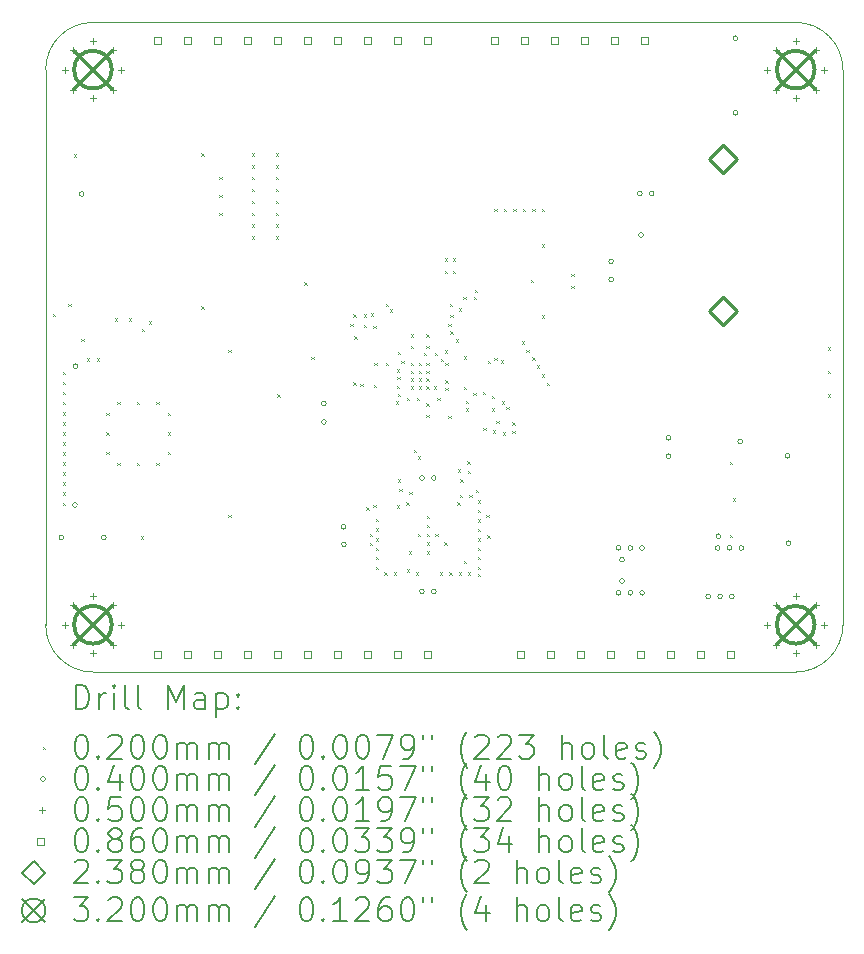
<source format=gbr>
%TF.GenerationSoftware,KiCad,Pcbnew,(6.0.10)*%
%TF.CreationDate,2023-06-21T21:11:07+02:00*%
%TF.ProjectId,FOX-PDA-v1,464f582d-5044-4412-9d76-312e6b696361,rev?*%
%TF.SameCoordinates,Original*%
%TF.FileFunction,Drillmap*%
%TF.FilePolarity,Positive*%
%FSLAX45Y45*%
G04 Gerber Fmt 4.5, Leading zero omitted, Abs format (unit mm)*
G04 Created by KiCad (PCBNEW (6.0.10)) date 2023-06-21 21:11:07*
%MOMM*%
%LPD*%
G01*
G04 APERTURE LIST*
%ADD10C,0.050000*%
%ADD11C,0.200000*%
%ADD12C,0.020000*%
%ADD13C,0.040000*%
%ADD14C,0.086000*%
%ADD15C,0.238000*%
%ADD16C,0.320000*%
G04 APERTURE END LIST*
D10*
X18150000Y-12100000D02*
G75*
G03*
X18550000Y-11700000I0J400000D01*
G01*
X18550000Y-7000000D02*
X18550000Y-11700000D01*
X11800000Y-11700000D02*
G75*
G03*
X12200000Y-12100000I400000J0D01*
G01*
X12200000Y-6600000D02*
G75*
G03*
X11800000Y-7000000I0J-400000D01*
G01*
X11800000Y-11700000D02*
X11800000Y-7000000D01*
X18550000Y-7000000D02*
G75*
G03*
X18150000Y-6600000I-400000J0D01*
G01*
X12200000Y-6600000D02*
X18150000Y-6600000D01*
X18150000Y-12100000D02*
X12200000Y-12100000D01*
D11*
D12*
X11862500Y-9070000D02*
X11882500Y-9090000D01*
X11882500Y-9070000D02*
X11862500Y-9090000D01*
X11947500Y-9560000D02*
X11967500Y-9580000D01*
X11967500Y-9560000D02*
X11947500Y-9580000D01*
X11947500Y-9645000D02*
X11967500Y-9665000D01*
X11967500Y-9645000D02*
X11947500Y-9665000D01*
X11947500Y-9730000D02*
X11967500Y-9750000D01*
X11967500Y-9730000D02*
X11947500Y-9750000D01*
X11947500Y-9815000D02*
X11967500Y-9835000D01*
X11967500Y-9815000D02*
X11947500Y-9835000D01*
X11947500Y-9900000D02*
X11967500Y-9920000D01*
X11967500Y-9900000D02*
X11947500Y-9920000D01*
X11947500Y-9985000D02*
X11967500Y-10005000D01*
X11967500Y-9985000D02*
X11947500Y-10005000D01*
X11947500Y-10070000D02*
X11967500Y-10090000D01*
X11967500Y-10070000D02*
X11947500Y-10090000D01*
X11947500Y-10155000D02*
X11967500Y-10175000D01*
X11967500Y-10155000D02*
X11947500Y-10175000D01*
X11947500Y-10240000D02*
X11967500Y-10260000D01*
X11967500Y-10240000D02*
X11947500Y-10260000D01*
X11947500Y-10325000D02*
X11967500Y-10345000D01*
X11967500Y-10325000D02*
X11947500Y-10345000D01*
X11947500Y-10410000D02*
X11967500Y-10430000D01*
X11967500Y-10410000D02*
X11947500Y-10430000D01*
X11947500Y-10495000D02*
X11967500Y-10515000D01*
X11967500Y-10495000D02*
X11947500Y-10515000D01*
X11947500Y-10580000D02*
X11967500Y-10600000D01*
X11967500Y-10580000D02*
X11947500Y-10600000D01*
X11947500Y-10665000D02*
X11967500Y-10685000D01*
X11967500Y-10665000D02*
X11947500Y-10685000D01*
X11992500Y-8985000D02*
X12012500Y-9005000D01*
X12012500Y-8985000D02*
X11992500Y-9005000D01*
X12040000Y-7717500D02*
X12060000Y-7737500D01*
X12060000Y-7717500D02*
X12040000Y-7737500D01*
X12102500Y-9280000D02*
X12122500Y-9300000D01*
X12122500Y-9280000D02*
X12102500Y-9300000D01*
X12147500Y-9445000D02*
X12167500Y-9465000D01*
X12167500Y-9445000D02*
X12147500Y-9465000D01*
X12232500Y-9445000D02*
X12252500Y-9465000D01*
X12252500Y-9445000D02*
X12232500Y-9465000D01*
X12312500Y-9905000D02*
X12332500Y-9925000D01*
X12332500Y-9905000D02*
X12312500Y-9925000D01*
X12312500Y-10070000D02*
X12332500Y-10090000D01*
X12332500Y-10070000D02*
X12312500Y-10090000D01*
X12312500Y-10235000D02*
X12332500Y-10255000D01*
X12332500Y-10235000D02*
X12312500Y-10255000D01*
X12387500Y-9105500D02*
X12407500Y-9125500D01*
X12407500Y-9105500D02*
X12387500Y-9125500D01*
X12407500Y-9810000D02*
X12427500Y-9830000D01*
X12427500Y-9810000D02*
X12407500Y-9830000D01*
X12407500Y-10330000D02*
X12427500Y-10350000D01*
X12427500Y-10330000D02*
X12407500Y-10350000D01*
X12502500Y-9105000D02*
X12522500Y-9125000D01*
X12522500Y-9105000D02*
X12502500Y-9125000D01*
X12572500Y-9810000D02*
X12592500Y-9830000D01*
X12592500Y-9810000D02*
X12572500Y-9830000D01*
X12572500Y-10330000D02*
X12592500Y-10350000D01*
X12592500Y-10330000D02*
X12572500Y-10350000D01*
X12607500Y-10950000D02*
X12627500Y-10970000D01*
X12627500Y-10950000D02*
X12607500Y-10970000D01*
X12615000Y-9192500D02*
X12635000Y-9212500D01*
X12635000Y-9192500D02*
X12615000Y-9212500D01*
X12675000Y-9132500D02*
X12695000Y-9152500D01*
X12695000Y-9132500D02*
X12675000Y-9152500D01*
X12737500Y-9810000D02*
X12757500Y-9830000D01*
X12757500Y-9810000D02*
X12737500Y-9830000D01*
X12737500Y-10330000D02*
X12757500Y-10350000D01*
X12757500Y-10330000D02*
X12737500Y-10350000D01*
X12832500Y-9905000D02*
X12852500Y-9925000D01*
X12852500Y-9905000D02*
X12832500Y-9925000D01*
X12832500Y-10070000D02*
X12852500Y-10090000D01*
X12852500Y-10070000D02*
X12832500Y-10090000D01*
X12832500Y-10235000D02*
X12852500Y-10255000D01*
X12852500Y-10235000D02*
X12832500Y-10255000D01*
X13117500Y-7707500D02*
X13137500Y-7727500D01*
X13137500Y-7707500D02*
X13117500Y-7727500D01*
X13117500Y-9002500D02*
X13137500Y-9022500D01*
X13137500Y-9002500D02*
X13117500Y-9022500D01*
X13271000Y-7910000D02*
X13291000Y-7930000D01*
X13291000Y-7910000D02*
X13271000Y-7930000D01*
X13271000Y-8060000D02*
X13291000Y-8080000D01*
X13291000Y-8060000D02*
X13271000Y-8080000D01*
X13271000Y-8210000D02*
X13291000Y-8230000D01*
X13291000Y-8210000D02*
X13271000Y-8230000D01*
X13347500Y-9370000D02*
X13367500Y-9390000D01*
X13367500Y-9370000D02*
X13347500Y-9390000D01*
X13347500Y-10770000D02*
X13367500Y-10790000D01*
X13367500Y-10770000D02*
X13347500Y-10790000D01*
X13545000Y-7710000D02*
X13565000Y-7730000D01*
X13565000Y-7710000D02*
X13545000Y-7730000D01*
X13545000Y-7810000D02*
X13565000Y-7830000D01*
X13565000Y-7810000D02*
X13545000Y-7830000D01*
X13545000Y-7910000D02*
X13565000Y-7930000D01*
X13565000Y-7910000D02*
X13545000Y-7930000D01*
X13545000Y-8110000D02*
X13565000Y-8130000D01*
X13565000Y-8110000D02*
X13545000Y-8130000D01*
X13545000Y-8210000D02*
X13565000Y-8230000D01*
X13565000Y-8210000D02*
X13545000Y-8230000D01*
X13545000Y-8310000D02*
X13565000Y-8330000D01*
X13565000Y-8310000D02*
X13545000Y-8330000D01*
X13545000Y-8410000D02*
X13565000Y-8430000D01*
X13565000Y-8410000D02*
X13545000Y-8430000D01*
X13548000Y-8010000D02*
X13568000Y-8030000D01*
X13568000Y-8010000D02*
X13548000Y-8030000D01*
X13746000Y-7710000D02*
X13766000Y-7730000D01*
X13766000Y-7710000D02*
X13746000Y-7730000D01*
X13746000Y-7810000D02*
X13766000Y-7830000D01*
X13766000Y-7810000D02*
X13746000Y-7830000D01*
X13746000Y-7910000D02*
X13766000Y-7930000D01*
X13766000Y-7910000D02*
X13746000Y-7930000D01*
X13746000Y-8010000D02*
X13766000Y-8030000D01*
X13766000Y-8010000D02*
X13746000Y-8030000D01*
X13746000Y-8110000D02*
X13766000Y-8130000D01*
X13766000Y-8110000D02*
X13746000Y-8130000D01*
X13746000Y-8210000D02*
X13766000Y-8230000D01*
X13766000Y-8210000D02*
X13746000Y-8230000D01*
X13746000Y-8310000D02*
X13766000Y-8330000D01*
X13766000Y-8310000D02*
X13746000Y-8330000D01*
X13746000Y-8410000D02*
X13766000Y-8430000D01*
X13766000Y-8410000D02*
X13746000Y-8430000D01*
X13760000Y-9750000D02*
X13780000Y-9770000D01*
X13780000Y-9750000D02*
X13760000Y-9770000D01*
X13990000Y-8800000D02*
X14010000Y-8820000D01*
X14010000Y-8800000D02*
X13990000Y-8820000D01*
X14050000Y-9430000D02*
X14070000Y-9450000D01*
X14070000Y-9430000D02*
X14050000Y-9450000D01*
X14380000Y-9152500D02*
X14400000Y-9172500D01*
X14400000Y-9152500D02*
X14380000Y-9172500D01*
X14405000Y-9072500D02*
X14425000Y-9092500D01*
X14425000Y-9072500D02*
X14405000Y-9092500D01*
X14405000Y-9647500D02*
X14425000Y-9667500D01*
X14425000Y-9647500D02*
X14405000Y-9667500D01*
X14412500Y-9257500D02*
X14432500Y-9277500D01*
X14432500Y-9257500D02*
X14412500Y-9277500D01*
X14465000Y-9662500D02*
X14485000Y-9682500D01*
X14485000Y-9662500D02*
X14465000Y-9682500D01*
X14495000Y-9072500D02*
X14515000Y-9092500D01*
X14515000Y-9072500D02*
X14495000Y-9092500D01*
X14495000Y-9162500D02*
X14515000Y-9182500D01*
X14515000Y-9162500D02*
X14495000Y-9182500D01*
X14515000Y-10705000D02*
X14535000Y-10725000D01*
X14535000Y-10705000D02*
X14515000Y-10725000D01*
X14545000Y-10932500D02*
X14565000Y-10952500D01*
X14565000Y-10932500D02*
X14545000Y-10952500D01*
X14545000Y-11007500D02*
X14565000Y-11027500D01*
X14565000Y-11007500D02*
X14545000Y-11027500D01*
X14555000Y-9062500D02*
X14575000Y-9082500D01*
X14575000Y-9062500D02*
X14555000Y-9082500D01*
X14575000Y-9167500D02*
X14595000Y-9187500D01*
X14595000Y-9167500D02*
X14575000Y-9187500D01*
X14575000Y-10685000D02*
X14595000Y-10705000D01*
X14595000Y-10685000D02*
X14575000Y-10705000D01*
X14577500Y-9670000D02*
X14597500Y-9690000D01*
X14597500Y-9670000D02*
X14577500Y-9690000D01*
X14583750Y-9485000D02*
X14603750Y-9505000D01*
X14603750Y-9485000D02*
X14583750Y-9505000D01*
X14595000Y-10805000D02*
X14615000Y-10825000D01*
X14615000Y-10805000D02*
X14595000Y-10825000D01*
X14595000Y-10885000D02*
X14615000Y-10905000D01*
X14615000Y-10885000D02*
X14595000Y-10905000D01*
X14596250Y-10967500D02*
X14616250Y-10987500D01*
X14616250Y-10967500D02*
X14596250Y-10987500D01*
X14596250Y-11047500D02*
X14616250Y-11067500D01*
X14616250Y-11047500D02*
X14596250Y-11067500D01*
X14596250Y-11127500D02*
X14616250Y-11147500D01*
X14616250Y-11127500D02*
X14596250Y-11147500D01*
X14596250Y-11207500D02*
X14616250Y-11227500D01*
X14616250Y-11207500D02*
X14596250Y-11227500D01*
X14666250Y-11257500D02*
X14686250Y-11277500D01*
X14686250Y-11257500D02*
X14666250Y-11277500D01*
X14681250Y-8981250D02*
X14701250Y-9001250D01*
X14701250Y-8981250D02*
X14681250Y-9001250D01*
X14681250Y-9485000D02*
X14701250Y-9505000D01*
X14701250Y-9485000D02*
X14681250Y-9505000D01*
X14713750Y-9030000D02*
X14733750Y-9050000D01*
X14733750Y-9030000D02*
X14713750Y-9050000D01*
X14746250Y-11257500D02*
X14766250Y-11277500D01*
X14766250Y-11257500D02*
X14746250Y-11277500D01*
X14762000Y-9808000D02*
X14782000Y-9828000D01*
X14782000Y-9808000D02*
X14762000Y-9828000D01*
X14772000Y-9679000D02*
X14792000Y-9699000D01*
X14792000Y-9679000D02*
X14772000Y-9699000D01*
X14773750Y-9538750D02*
X14793750Y-9558750D01*
X14793750Y-9538750D02*
X14773750Y-9558750D01*
X14775000Y-10687500D02*
X14795000Y-10707500D01*
X14795000Y-10687500D02*
X14775000Y-10707500D01*
X14778750Y-9598750D02*
X14798750Y-9618750D01*
X14798750Y-9598750D02*
X14778750Y-9618750D01*
X14780000Y-9390000D02*
X14800000Y-9410000D01*
X14800000Y-9390000D02*
X14780000Y-9410000D01*
X14782000Y-9745000D02*
X14802000Y-9765000D01*
X14802000Y-9745000D02*
X14782000Y-9765000D01*
X14784000Y-10468000D02*
X14804000Y-10488000D01*
X14804000Y-10468000D02*
X14784000Y-10488000D01*
X14795000Y-10550000D02*
X14815000Y-10570000D01*
X14815000Y-10550000D02*
X14795000Y-10570000D01*
X14810000Y-9465000D02*
X14830000Y-9485000D01*
X14830000Y-9465000D02*
X14810000Y-9485000D01*
X14855000Y-10662000D02*
X14875000Y-10682000D01*
X14875000Y-10662000D02*
X14855000Y-10682000D01*
X14860000Y-9777500D02*
X14880000Y-9797500D01*
X14880000Y-9777500D02*
X14860000Y-9797500D01*
X14860000Y-11230000D02*
X14880000Y-11250000D01*
X14880000Y-11230000D02*
X14860000Y-11250000D01*
X14876250Y-11077500D02*
X14896250Y-11097500D01*
X14896250Y-11077500D02*
X14876250Y-11097500D01*
X14878000Y-10577000D02*
X14898000Y-10597000D01*
X14898000Y-10577000D02*
X14878000Y-10597000D01*
X14892500Y-9241250D02*
X14912500Y-9261250D01*
X14912500Y-9241250D02*
X14892500Y-9261250D01*
X14892500Y-9338750D02*
X14912500Y-9358750D01*
X14912500Y-9338750D02*
X14892500Y-9358750D01*
X14892500Y-9485000D02*
X14912500Y-9505000D01*
X14912500Y-9485000D02*
X14892500Y-9505000D01*
X14892500Y-9550000D02*
X14912500Y-9570000D01*
X14912500Y-9550000D02*
X14892500Y-9570000D01*
X14892500Y-9615000D02*
X14912500Y-9635000D01*
X14912500Y-9615000D02*
X14892500Y-9635000D01*
X14892500Y-9680000D02*
X14912500Y-9700000D01*
X14912500Y-9680000D02*
X14892500Y-9700000D01*
X14915000Y-10217500D02*
X14935000Y-10237500D01*
X14935000Y-10217500D02*
X14915000Y-10237500D01*
X14935000Y-11257500D02*
X14955000Y-11277500D01*
X14955000Y-11257500D02*
X14935000Y-11277500D01*
X14943750Y-9778750D02*
X14963750Y-9798750D01*
X14963750Y-9778750D02*
X14943750Y-9798750D01*
X14950000Y-10272500D02*
X14970000Y-10292500D01*
X14970000Y-10272500D02*
X14950000Y-10292500D01*
X14951250Y-10927500D02*
X14971250Y-10947500D01*
X14971250Y-10927500D02*
X14951250Y-10947500D01*
X14957500Y-9485000D02*
X14977500Y-9505000D01*
X14977500Y-9485000D02*
X14957500Y-9505000D01*
X14957500Y-9550000D02*
X14977500Y-9570000D01*
X14977500Y-9550000D02*
X14957500Y-9570000D01*
X14957500Y-9615000D02*
X14977500Y-9635000D01*
X14977500Y-9615000D02*
X14957500Y-9635000D01*
X14957500Y-9680000D02*
X14977500Y-9700000D01*
X14977500Y-9680000D02*
X14957500Y-9700000D01*
X15001000Y-9397000D02*
X15021000Y-9417000D01*
X15021000Y-9397000D02*
X15001000Y-9417000D01*
X15022500Y-9241250D02*
X15042500Y-9261250D01*
X15042500Y-9241250D02*
X15022500Y-9261250D01*
X15022500Y-9338750D02*
X15042500Y-9358750D01*
X15042500Y-9338750D02*
X15022500Y-9358750D01*
X15022500Y-9485000D02*
X15042500Y-9505000D01*
X15042500Y-9485000D02*
X15022500Y-9505000D01*
X15022500Y-9550000D02*
X15042500Y-9570000D01*
X15042500Y-9550000D02*
X15022500Y-9570000D01*
X15022500Y-9615000D02*
X15042500Y-9635000D01*
X15042500Y-9615000D02*
X15022500Y-9635000D01*
X15022500Y-9680000D02*
X15042500Y-9700000D01*
X15042500Y-9680000D02*
X15022500Y-9700000D01*
X15022500Y-9826250D02*
X15042500Y-9846250D01*
X15042500Y-9826250D02*
X15022500Y-9846250D01*
X15022500Y-9923750D02*
X15042500Y-9943750D01*
X15042500Y-9923750D02*
X15022500Y-9943750D01*
X15025000Y-10852500D02*
X15045000Y-10872500D01*
X15045000Y-10852500D02*
X15025000Y-10872500D01*
X15025000Y-10927500D02*
X15045000Y-10947500D01*
X15045000Y-10927500D02*
X15025000Y-10947500D01*
X15026250Y-10777500D02*
X15046250Y-10797500D01*
X15046250Y-10777500D02*
X15026250Y-10797500D01*
X15026250Y-11002500D02*
X15046250Y-11022500D01*
X15046250Y-11002500D02*
X15026250Y-11022500D01*
X15026250Y-11077500D02*
X15046250Y-11097500D01*
X15046250Y-11077500D02*
X15026250Y-11097500D01*
X15087500Y-9680000D02*
X15107500Y-9700000D01*
X15107500Y-9680000D02*
X15087500Y-9700000D01*
X15095000Y-9396000D02*
X15115000Y-9416000D01*
X15115000Y-9396000D02*
X15095000Y-9416000D01*
X15100000Y-10928750D02*
X15120000Y-10948750D01*
X15120000Y-10928750D02*
X15100000Y-10948750D01*
X15115000Y-9777500D02*
X15135000Y-9797500D01*
X15135000Y-9777500D02*
X15115000Y-9797500D01*
X15136250Y-11257500D02*
X15156250Y-11277500D01*
X15156250Y-11257500D02*
X15136250Y-11277500D01*
X15145000Y-9447500D02*
X15165000Y-9467500D01*
X15165000Y-9447500D02*
X15145000Y-9467500D01*
X15175000Y-11002500D02*
X15195000Y-11022500D01*
X15195000Y-11002500D02*
X15175000Y-11022500D01*
X15177500Y-8597500D02*
X15197500Y-8617500D01*
X15197500Y-8597500D02*
X15177500Y-8617500D01*
X15177500Y-8705000D02*
X15197500Y-8725000D01*
X15197500Y-8705000D02*
X15177500Y-8725000D01*
X15177500Y-9377500D02*
X15197500Y-9397500D01*
X15197500Y-9377500D02*
X15177500Y-9397500D01*
X15185000Y-9485000D02*
X15205000Y-9505000D01*
X15205000Y-9485000D02*
X15185000Y-9505000D01*
X15185000Y-9631250D02*
X15205000Y-9651250D01*
X15205000Y-9631250D02*
X15185000Y-9651250D01*
X15185000Y-9696500D02*
X15205000Y-9716500D01*
X15205000Y-9696500D02*
X15185000Y-9716500D01*
X15209375Y-9151875D02*
X15229375Y-9171875D01*
X15229375Y-9151875D02*
X15209375Y-9171875D01*
X15209375Y-9931875D02*
X15229375Y-9951875D01*
X15229375Y-9931875D02*
X15209375Y-9951875D01*
X15216250Y-11257500D02*
X15236250Y-11277500D01*
X15236250Y-11257500D02*
X15216250Y-11277500D01*
X15222000Y-8982000D02*
X15242000Y-9002000D01*
X15242000Y-8982000D02*
X15222000Y-9002000D01*
X15225625Y-9216875D02*
X15245625Y-9236875D01*
X15245625Y-9216875D02*
X15225625Y-9236875D01*
X15227000Y-9074000D02*
X15247000Y-9094000D01*
X15247000Y-9074000D02*
X15227000Y-9094000D01*
X15245000Y-8597500D02*
X15265000Y-8617500D01*
X15265000Y-8597500D02*
X15245000Y-8617500D01*
X15245000Y-8705000D02*
X15265000Y-8725000D01*
X15265000Y-8705000D02*
X15245000Y-8725000D01*
X15274375Y-9281875D02*
X15294375Y-9301875D01*
X15294375Y-9281875D02*
X15274375Y-9301875D01*
X15285000Y-10662500D02*
X15305000Y-10682500D01*
X15305000Y-10662500D02*
X15285000Y-10682500D01*
X15290000Y-10385000D02*
X15310000Y-10405000D01*
X15310000Y-10385000D02*
X15290000Y-10405000D01*
X15296250Y-11257500D02*
X15316250Y-11277500D01*
X15316250Y-11257500D02*
X15296250Y-11277500D01*
X15300000Y-9020000D02*
X15320000Y-9040000D01*
X15320000Y-9020000D02*
X15300000Y-9040000D01*
X15306250Y-10597500D02*
X15326250Y-10617500D01*
X15326250Y-10597500D02*
X15306250Y-10617500D01*
X15310000Y-10467500D02*
X15330000Y-10487500D01*
X15330000Y-10467500D02*
X15310000Y-10487500D01*
X15335000Y-8925000D02*
X15355000Y-8945000D01*
X15355000Y-8925000D02*
X15335000Y-8945000D01*
X15339375Y-9428125D02*
X15359375Y-9448125D01*
X15359375Y-9428125D02*
X15339375Y-9448125D01*
X15339375Y-9688125D02*
X15359375Y-9708125D01*
X15359375Y-9688125D02*
X15339375Y-9708125D01*
X15340000Y-11157500D02*
X15360000Y-11177500D01*
X15360000Y-11157500D02*
X15340000Y-11177500D01*
X15355625Y-9801875D02*
X15375625Y-9821875D01*
X15375625Y-9801875D02*
X15355625Y-9821875D01*
X15355625Y-9866875D02*
X15375625Y-9886875D01*
X15375625Y-9866875D02*
X15355625Y-9886875D01*
X15370000Y-10315000D02*
X15390000Y-10335000D01*
X15390000Y-10315000D02*
X15370000Y-10335000D01*
X15375000Y-10395000D02*
X15395000Y-10415000D01*
X15395000Y-10395000D02*
X15375000Y-10415000D01*
X15376250Y-11257500D02*
X15396250Y-11277500D01*
X15396250Y-11257500D02*
X15376250Y-11277500D01*
X15386250Y-10597500D02*
X15406250Y-10617500D01*
X15406250Y-10597500D02*
X15386250Y-10617500D01*
X15420625Y-9736875D02*
X15440625Y-9756875D01*
X15440625Y-9736875D02*
X15420625Y-9756875D01*
X15425000Y-8925000D02*
X15445000Y-8945000D01*
X15445000Y-8925000D02*
X15425000Y-8945000D01*
X15435000Y-8865000D02*
X15455000Y-8885000D01*
X15455000Y-8865000D02*
X15435000Y-8885000D01*
X15440000Y-10557500D02*
X15460000Y-10577500D01*
X15460000Y-10557500D02*
X15440000Y-10577500D01*
X15456250Y-10647500D02*
X15476250Y-10667500D01*
X15476250Y-10647500D02*
X15456250Y-10667500D01*
X15456250Y-10727500D02*
X15476250Y-10747500D01*
X15476250Y-10727500D02*
X15456250Y-10747500D01*
X15456250Y-10807500D02*
X15476250Y-10827500D01*
X15476250Y-10807500D02*
X15456250Y-10827500D01*
X15456250Y-10887500D02*
X15476250Y-10907500D01*
X15476250Y-10887500D02*
X15456250Y-10907500D01*
X15456250Y-10967500D02*
X15476250Y-10987500D01*
X15476250Y-10967500D02*
X15456250Y-10987500D01*
X15456250Y-11047500D02*
X15476250Y-11067500D01*
X15476250Y-11047500D02*
X15456250Y-11067500D01*
X15456250Y-11127500D02*
X15476250Y-11147500D01*
X15476250Y-11127500D02*
X15456250Y-11147500D01*
X15456250Y-11207500D02*
X15476250Y-11227500D01*
X15476250Y-11207500D02*
X15456250Y-11227500D01*
X15460000Y-11267500D02*
X15480000Y-11287500D01*
X15480000Y-11267500D02*
X15460000Y-11287500D01*
X15500000Y-9727500D02*
X15520000Y-9747500D01*
X15520000Y-9727500D02*
X15500000Y-9747500D01*
X15505000Y-10032500D02*
X15525000Y-10052500D01*
X15525000Y-10032500D02*
X15505000Y-10052500D01*
X15530000Y-10770000D02*
X15550000Y-10790000D01*
X15550000Y-10770000D02*
X15530000Y-10790000D01*
X15540000Y-10942500D02*
X15560000Y-10962500D01*
X15560000Y-10942500D02*
X15540000Y-10962500D01*
X15545000Y-9465000D02*
X15565000Y-9485000D01*
X15565000Y-9465000D02*
X15545000Y-9485000D01*
X15575000Y-9762500D02*
X15595000Y-9782500D01*
X15595000Y-9762500D02*
X15575000Y-9782500D01*
X15580000Y-9867500D02*
X15600000Y-9887500D01*
X15600000Y-9867500D02*
X15580000Y-9887500D01*
X15585000Y-10055000D02*
X15605000Y-10075000D01*
X15605000Y-10055000D02*
X15585000Y-10075000D01*
X15600000Y-8180000D02*
X15620000Y-8200000D01*
X15620000Y-8180000D02*
X15600000Y-8200000D01*
X15600000Y-9440000D02*
X15620000Y-9460000D01*
X15620000Y-9440000D02*
X15600000Y-9460000D01*
X15615000Y-9972500D02*
X15635000Y-9992500D01*
X15635000Y-9972500D02*
X15615000Y-9992500D01*
X15655000Y-9460000D02*
X15675000Y-9480000D01*
X15675000Y-9460000D02*
X15655000Y-9480000D01*
X15660000Y-9807500D02*
X15680000Y-9827500D01*
X15680000Y-9807500D02*
X15660000Y-9827500D01*
X15670000Y-10070000D02*
X15690000Y-10090000D01*
X15690000Y-10070000D02*
X15670000Y-10090000D01*
X15680000Y-8180000D02*
X15700000Y-8200000D01*
X15700000Y-8180000D02*
X15680000Y-8200000D01*
X15700000Y-9852500D02*
X15720000Y-9872500D01*
X15720000Y-9852500D02*
X15700000Y-9872500D01*
X15750000Y-9985000D02*
X15770000Y-10005000D01*
X15770000Y-9985000D02*
X15750000Y-10005000D01*
X15750000Y-10057500D02*
X15770000Y-10077500D01*
X15770000Y-10057500D02*
X15750000Y-10077500D01*
X15760000Y-8180000D02*
X15780000Y-8200000D01*
X15780000Y-8180000D02*
X15760000Y-8200000D01*
X15830000Y-9300000D02*
X15850000Y-9320000D01*
X15850000Y-9300000D02*
X15830000Y-9320000D01*
X15840000Y-8180000D02*
X15860000Y-8200000D01*
X15860000Y-8180000D02*
X15840000Y-8200000D01*
X15870000Y-9370000D02*
X15890000Y-9390000D01*
X15890000Y-9370000D02*
X15870000Y-9390000D01*
X15907500Y-8780000D02*
X15927500Y-8800000D01*
X15927500Y-8780000D02*
X15907500Y-8800000D01*
X15920000Y-8180000D02*
X15940000Y-8200000D01*
X15940000Y-8180000D02*
X15920000Y-8200000D01*
X15920000Y-9435000D02*
X15940000Y-9455000D01*
X15940000Y-9435000D02*
X15920000Y-9455000D01*
X15960000Y-9505000D02*
X15980000Y-9525000D01*
X15980000Y-9505000D02*
X15960000Y-9525000D01*
X16000000Y-8180000D02*
X16020000Y-8200000D01*
X16020000Y-8180000D02*
X16000000Y-8200000D01*
X16000000Y-8480000D02*
X16020000Y-8500000D01*
X16020000Y-8480000D02*
X16000000Y-8500000D01*
X16000000Y-9078750D02*
X16020000Y-9098750D01*
X16020000Y-9078750D02*
X16000000Y-9098750D01*
X16000000Y-9580000D02*
X16020000Y-9600000D01*
X16020000Y-9580000D02*
X16000000Y-9600000D01*
X16045000Y-9650000D02*
X16065000Y-9670000D01*
X16065000Y-9650000D02*
X16045000Y-9670000D01*
X16249250Y-8730750D02*
X16269250Y-8750750D01*
X16269250Y-8730750D02*
X16249250Y-8750750D01*
X16250000Y-8830000D02*
X16270000Y-8850000D01*
X16270000Y-8830000D02*
X16250000Y-8850000D01*
X17590000Y-10320000D02*
X17610000Y-10340000D01*
X17610000Y-10320000D02*
X17590000Y-10340000D01*
X17590000Y-10940000D02*
X17610000Y-10960000D01*
X17610000Y-10940000D02*
X17590000Y-10960000D01*
X17620000Y-10630000D02*
X17640000Y-10650000D01*
X17640000Y-10630000D02*
X17620000Y-10650000D01*
X18420000Y-9350000D02*
X18440000Y-9370000D01*
X18440000Y-9350000D02*
X18420000Y-9370000D01*
X18420000Y-9550000D02*
X18440000Y-9570000D01*
X18440000Y-9550000D02*
X18420000Y-9570000D01*
X18420000Y-9750000D02*
X18440000Y-9770000D01*
X18440000Y-9750000D02*
X18420000Y-9770000D01*
D13*
X11952500Y-10960000D02*
G75*
G03*
X11952500Y-10960000I-20000J0D01*
G01*
X12067500Y-10685000D02*
G75*
G03*
X12067500Y-10685000I-20000J0D01*
G01*
X12072500Y-9510000D02*
G75*
G03*
X12072500Y-9510000I-20000J0D01*
G01*
X12124000Y-8053000D02*
G75*
G03*
X12124000Y-8053000I-20000J0D01*
G01*
X12312500Y-10960000D02*
G75*
G03*
X12312500Y-10960000I-20000J0D01*
G01*
X14175000Y-9827500D02*
G75*
G03*
X14175000Y-9827500I-20000J0D01*
G01*
X14175000Y-9982500D02*
G75*
G03*
X14175000Y-9982500I-20000J0D01*
G01*
X14342500Y-10871250D02*
G75*
G03*
X14342500Y-10871250I-20000J0D01*
G01*
X14345000Y-11018750D02*
G75*
G03*
X14345000Y-11018750I-20000J0D01*
G01*
X15006250Y-10457500D02*
G75*
G03*
X15006250Y-10457500I-20000J0D01*
G01*
X15006250Y-11417500D02*
G75*
G03*
X15006250Y-11417500I-20000J0D01*
G01*
X15106250Y-10457500D02*
G75*
G03*
X15106250Y-10457500I-20000J0D01*
G01*
X15106250Y-11417500D02*
G75*
G03*
X15106250Y-11417500I-20000J0D01*
G01*
X16607500Y-8622500D02*
G75*
G03*
X16607500Y-8622500I-20000J0D01*
G01*
X16607500Y-8777500D02*
G75*
G03*
X16607500Y-8777500I-20000J0D01*
G01*
X16670000Y-11050000D02*
G75*
G03*
X16670000Y-11050000I-20000J0D01*
G01*
X16670000Y-11430000D02*
G75*
G03*
X16670000Y-11430000I-20000J0D01*
G01*
X16700000Y-11150000D02*
G75*
G03*
X16700000Y-11150000I-20000J0D01*
G01*
X16700000Y-11330000D02*
G75*
G03*
X16700000Y-11330000I-20000J0D01*
G01*
X16770000Y-11050000D02*
G75*
G03*
X16770000Y-11050000I-20000J0D01*
G01*
X16770000Y-11430000D02*
G75*
G03*
X16770000Y-11430000I-20000J0D01*
G01*
X16850000Y-8050000D02*
G75*
G03*
X16850000Y-8050000I-20000J0D01*
G01*
X16860000Y-8400000D02*
G75*
G03*
X16860000Y-8400000I-20000J0D01*
G01*
X16870000Y-11050000D02*
G75*
G03*
X16870000Y-11050000I-20000J0D01*
G01*
X16870000Y-11430000D02*
G75*
G03*
X16870000Y-11430000I-20000J0D01*
G01*
X16950000Y-8050000D02*
G75*
G03*
X16950000Y-8050000I-20000J0D01*
G01*
X17092500Y-10117500D02*
G75*
G03*
X17092500Y-10117500I-20000J0D01*
G01*
X17092500Y-10272500D02*
G75*
G03*
X17092500Y-10272500I-20000J0D01*
G01*
X17430000Y-11460000D02*
G75*
G03*
X17430000Y-11460000I-20000J0D01*
G01*
X17510000Y-11050000D02*
G75*
G03*
X17510000Y-11050000I-20000J0D01*
G01*
X17515000Y-10950000D02*
G75*
G03*
X17515000Y-10950000I-20000J0D01*
G01*
X17530000Y-11460000D02*
G75*
G03*
X17530000Y-11460000I-20000J0D01*
G01*
X17610000Y-11050000D02*
G75*
G03*
X17610000Y-11050000I-20000J0D01*
G01*
X17630000Y-11460000D02*
G75*
G03*
X17630000Y-11460000I-20000J0D01*
G01*
X17660000Y-6735000D02*
G75*
G03*
X17660000Y-6735000I-20000J0D01*
G01*
X17660000Y-7365000D02*
G75*
G03*
X17660000Y-7365000I-20000J0D01*
G01*
X17700000Y-10150000D02*
G75*
G03*
X17700000Y-10150000I-20000J0D01*
G01*
X17710000Y-11050000D02*
G75*
G03*
X17710000Y-11050000I-20000J0D01*
G01*
X18100000Y-10270000D02*
G75*
G03*
X18100000Y-10270000I-20000J0D01*
G01*
X18110000Y-11010000D02*
G75*
G03*
X18110000Y-11010000I-20000J0D01*
G01*
D10*
X11960000Y-6975000D02*
X11960000Y-7025000D01*
X11935000Y-7000000D02*
X11985000Y-7000000D01*
X11960000Y-11675000D02*
X11960000Y-11725000D01*
X11935000Y-11700000D02*
X11985000Y-11700000D01*
X12030294Y-6805294D02*
X12030294Y-6855294D01*
X12005294Y-6830294D02*
X12055294Y-6830294D01*
X12030294Y-7144706D02*
X12030294Y-7194706D01*
X12005294Y-7169706D02*
X12055294Y-7169706D01*
X12030294Y-11505294D02*
X12030294Y-11555294D01*
X12005294Y-11530294D02*
X12055294Y-11530294D01*
X12030294Y-11844706D02*
X12030294Y-11894706D01*
X12005294Y-11869706D02*
X12055294Y-11869706D01*
X12200000Y-6735000D02*
X12200000Y-6785000D01*
X12175000Y-6760000D02*
X12225000Y-6760000D01*
X12200000Y-7215000D02*
X12200000Y-7265000D01*
X12175000Y-7240000D02*
X12225000Y-7240000D01*
X12200000Y-11435000D02*
X12200000Y-11485000D01*
X12175000Y-11460000D02*
X12225000Y-11460000D01*
X12200000Y-11915000D02*
X12200000Y-11965000D01*
X12175000Y-11940000D02*
X12225000Y-11940000D01*
X12369706Y-6805294D02*
X12369706Y-6855294D01*
X12344706Y-6830294D02*
X12394706Y-6830294D01*
X12369706Y-7144706D02*
X12369706Y-7194706D01*
X12344706Y-7169706D02*
X12394706Y-7169706D01*
X12369706Y-11505294D02*
X12369706Y-11555294D01*
X12344706Y-11530294D02*
X12394706Y-11530294D01*
X12369706Y-11844706D02*
X12369706Y-11894706D01*
X12344706Y-11869706D02*
X12394706Y-11869706D01*
X12440000Y-6975000D02*
X12440000Y-7025000D01*
X12415000Y-7000000D02*
X12465000Y-7000000D01*
X12440000Y-11675000D02*
X12440000Y-11725000D01*
X12415000Y-11700000D02*
X12465000Y-11700000D01*
X17910000Y-6975000D02*
X17910000Y-7025000D01*
X17885000Y-7000000D02*
X17935000Y-7000000D01*
X17910000Y-11675000D02*
X17910000Y-11725000D01*
X17885000Y-11700000D02*
X17935000Y-11700000D01*
X17980294Y-6805294D02*
X17980294Y-6855294D01*
X17955294Y-6830294D02*
X18005294Y-6830294D01*
X17980294Y-7144706D02*
X17980294Y-7194706D01*
X17955294Y-7169706D02*
X18005294Y-7169706D01*
X17980294Y-11505294D02*
X17980294Y-11555294D01*
X17955294Y-11530294D02*
X18005294Y-11530294D01*
X17980294Y-11844706D02*
X17980294Y-11894706D01*
X17955294Y-11869706D02*
X18005294Y-11869706D01*
X18150000Y-6735000D02*
X18150000Y-6785000D01*
X18125000Y-6760000D02*
X18175000Y-6760000D01*
X18150000Y-7215000D02*
X18150000Y-7265000D01*
X18125000Y-7240000D02*
X18175000Y-7240000D01*
X18150000Y-11435000D02*
X18150000Y-11485000D01*
X18125000Y-11460000D02*
X18175000Y-11460000D01*
X18150000Y-11915000D02*
X18150000Y-11965000D01*
X18125000Y-11940000D02*
X18175000Y-11940000D01*
X18319706Y-6805294D02*
X18319706Y-6855294D01*
X18294706Y-6830294D02*
X18344706Y-6830294D01*
X18319706Y-7144706D02*
X18319706Y-7194706D01*
X18294706Y-7169706D02*
X18344706Y-7169706D01*
X18319706Y-11505294D02*
X18319706Y-11555294D01*
X18294706Y-11530294D02*
X18344706Y-11530294D01*
X18319706Y-11844706D02*
X18319706Y-11894706D01*
X18294706Y-11869706D02*
X18344706Y-11869706D01*
X18390000Y-6975000D02*
X18390000Y-7025000D01*
X18365000Y-7000000D02*
X18415000Y-7000000D01*
X18390000Y-11675000D02*
X18390000Y-11725000D01*
X18365000Y-11700000D02*
X18415000Y-11700000D01*
D14*
X12780406Y-6780406D02*
X12780406Y-6719594D01*
X12719594Y-6719594D01*
X12719594Y-6780406D01*
X12780406Y-6780406D01*
X12780406Y-11980406D02*
X12780406Y-11919594D01*
X12719594Y-11919594D01*
X12719594Y-11980406D01*
X12780406Y-11980406D01*
X13034406Y-6780406D02*
X13034406Y-6719594D01*
X12973594Y-6719594D01*
X12973594Y-6780406D01*
X13034406Y-6780406D01*
X13034406Y-11980406D02*
X13034406Y-11919594D01*
X12973594Y-11919594D01*
X12973594Y-11980406D01*
X13034406Y-11980406D01*
X13288406Y-6780406D02*
X13288406Y-6719594D01*
X13227594Y-6719594D01*
X13227594Y-6780406D01*
X13288406Y-6780406D01*
X13288406Y-11980406D02*
X13288406Y-11919594D01*
X13227594Y-11919594D01*
X13227594Y-11980406D01*
X13288406Y-11980406D01*
X13542406Y-6780406D02*
X13542406Y-6719594D01*
X13481594Y-6719594D01*
X13481594Y-6780406D01*
X13542406Y-6780406D01*
X13542406Y-11980406D02*
X13542406Y-11919594D01*
X13481594Y-11919594D01*
X13481594Y-11980406D01*
X13542406Y-11980406D01*
X13796406Y-6780406D02*
X13796406Y-6719594D01*
X13735594Y-6719594D01*
X13735594Y-6780406D01*
X13796406Y-6780406D01*
X13796406Y-11980406D02*
X13796406Y-11919594D01*
X13735594Y-11919594D01*
X13735594Y-11980406D01*
X13796406Y-11980406D01*
X14050406Y-6780406D02*
X14050406Y-6719594D01*
X13989594Y-6719594D01*
X13989594Y-6780406D01*
X14050406Y-6780406D01*
X14050406Y-11980406D02*
X14050406Y-11919594D01*
X13989594Y-11919594D01*
X13989594Y-11980406D01*
X14050406Y-11980406D01*
X14304406Y-6780406D02*
X14304406Y-6719594D01*
X14243594Y-6719594D01*
X14243594Y-6780406D01*
X14304406Y-6780406D01*
X14304406Y-11980406D02*
X14304406Y-11919594D01*
X14243594Y-11919594D01*
X14243594Y-11980406D01*
X14304406Y-11980406D01*
X14558406Y-6780406D02*
X14558406Y-6719594D01*
X14497594Y-6719594D01*
X14497594Y-6780406D01*
X14558406Y-6780406D01*
X14558406Y-11980406D02*
X14558406Y-11919594D01*
X14497594Y-11919594D01*
X14497594Y-11980406D01*
X14558406Y-11980406D01*
X14812406Y-6780406D02*
X14812406Y-6719594D01*
X14751594Y-6719594D01*
X14751594Y-6780406D01*
X14812406Y-6780406D01*
X14812406Y-11980406D02*
X14812406Y-11919594D01*
X14751594Y-11919594D01*
X14751594Y-11980406D01*
X14812406Y-11980406D01*
X15066406Y-6780406D02*
X15066406Y-6719594D01*
X15005594Y-6719594D01*
X15005594Y-6780406D01*
X15066406Y-6780406D01*
X15066406Y-11980406D02*
X15066406Y-11919594D01*
X15005594Y-11919594D01*
X15005594Y-11980406D01*
X15066406Y-11980406D01*
X15630406Y-6780406D02*
X15630406Y-6719594D01*
X15569594Y-6719594D01*
X15569594Y-6780406D01*
X15630406Y-6780406D01*
X15852406Y-11980406D02*
X15852406Y-11919594D01*
X15791594Y-11919594D01*
X15791594Y-11980406D01*
X15852406Y-11980406D01*
X15884406Y-6780406D02*
X15884406Y-6719594D01*
X15823594Y-6719594D01*
X15823594Y-6780406D01*
X15884406Y-6780406D01*
X16106406Y-11980406D02*
X16106406Y-11919594D01*
X16045594Y-11919594D01*
X16045594Y-11980406D01*
X16106406Y-11980406D01*
X16138406Y-6780406D02*
X16138406Y-6719594D01*
X16077594Y-6719594D01*
X16077594Y-6780406D01*
X16138406Y-6780406D01*
X16360406Y-11980406D02*
X16360406Y-11919594D01*
X16299594Y-11919594D01*
X16299594Y-11980406D01*
X16360406Y-11980406D01*
X16392406Y-6780406D02*
X16392406Y-6719594D01*
X16331594Y-6719594D01*
X16331594Y-6780406D01*
X16392406Y-6780406D01*
X16614406Y-11980406D02*
X16614406Y-11919594D01*
X16553594Y-11919594D01*
X16553594Y-11980406D01*
X16614406Y-11980406D01*
X16646406Y-6780406D02*
X16646406Y-6719594D01*
X16585594Y-6719594D01*
X16585594Y-6780406D01*
X16646406Y-6780406D01*
X16868406Y-11980406D02*
X16868406Y-11919594D01*
X16807594Y-11919594D01*
X16807594Y-11980406D01*
X16868406Y-11980406D01*
X16900406Y-6780406D02*
X16900406Y-6719594D01*
X16839594Y-6719594D01*
X16839594Y-6780406D01*
X16900406Y-6780406D01*
X17122406Y-11980406D02*
X17122406Y-11919594D01*
X17061594Y-11919594D01*
X17061594Y-11980406D01*
X17122406Y-11980406D01*
X17376406Y-11980406D02*
X17376406Y-11919594D01*
X17315594Y-11919594D01*
X17315594Y-11980406D01*
X17376406Y-11980406D01*
X17630406Y-11980406D02*
X17630406Y-11919594D01*
X17569594Y-11919594D01*
X17569594Y-11980406D01*
X17630406Y-11980406D01*
D15*
X17532000Y-7879000D02*
X17651000Y-7760000D01*
X17532000Y-7641000D01*
X17413000Y-7760000D01*
X17532000Y-7879000D01*
X17532000Y-9159000D02*
X17651000Y-9040000D01*
X17532000Y-8921000D01*
X17413000Y-9040000D01*
X17532000Y-9159000D01*
D16*
X12040000Y-6840000D02*
X12360000Y-7160000D01*
X12360000Y-6840000D02*
X12040000Y-7160000D01*
X12360000Y-7000000D02*
G75*
G03*
X12360000Y-7000000I-160000J0D01*
G01*
X12040000Y-11540000D02*
X12360000Y-11860000D01*
X12360000Y-11540000D02*
X12040000Y-11860000D01*
X12360000Y-11700000D02*
G75*
G03*
X12360000Y-11700000I-160000J0D01*
G01*
X17990000Y-6840000D02*
X18310000Y-7160000D01*
X18310000Y-6840000D02*
X17990000Y-7160000D01*
X18310000Y-7000000D02*
G75*
G03*
X18310000Y-7000000I-160000J0D01*
G01*
X17990000Y-11540000D02*
X18310000Y-11860000D01*
X18310000Y-11540000D02*
X17990000Y-11860000D01*
X18310000Y-11700000D02*
G75*
G03*
X18310000Y-11700000I-160000J0D01*
G01*
D11*
X12055119Y-12412976D02*
X12055119Y-12212976D01*
X12102738Y-12212976D01*
X12131309Y-12222500D01*
X12150357Y-12241548D01*
X12159881Y-12260595D01*
X12169405Y-12298690D01*
X12169405Y-12327262D01*
X12159881Y-12365357D01*
X12150357Y-12384405D01*
X12131309Y-12403452D01*
X12102738Y-12412976D01*
X12055119Y-12412976D01*
X12255119Y-12412976D02*
X12255119Y-12279643D01*
X12255119Y-12317738D02*
X12264643Y-12298690D01*
X12274167Y-12289167D01*
X12293214Y-12279643D01*
X12312262Y-12279643D01*
X12378928Y-12412976D02*
X12378928Y-12279643D01*
X12378928Y-12212976D02*
X12369405Y-12222500D01*
X12378928Y-12232024D01*
X12388452Y-12222500D01*
X12378928Y-12212976D01*
X12378928Y-12232024D01*
X12502738Y-12412976D02*
X12483690Y-12403452D01*
X12474167Y-12384405D01*
X12474167Y-12212976D01*
X12607500Y-12412976D02*
X12588452Y-12403452D01*
X12578928Y-12384405D01*
X12578928Y-12212976D01*
X12836071Y-12412976D02*
X12836071Y-12212976D01*
X12902738Y-12355833D01*
X12969405Y-12212976D01*
X12969405Y-12412976D01*
X13150357Y-12412976D02*
X13150357Y-12308214D01*
X13140833Y-12289167D01*
X13121786Y-12279643D01*
X13083690Y-12279643D01*
X13064643Y-12289167D01*
X13150357Y-12403452D02*
X13131309Y-12412976D01*
X13083690Y-12412976D01*
X13064643Y-12403452D01*
X13055119Y-12384405D01*
X13055119Y-12365357D01*
X13064643Y-12346309D01*
X13083690Y-12336786D01*
X13131309Y-12336786D01*
X13150357Y-12327262D01*
X13245595Y-12279643D02*
X13245595Y-12479643D01*
X13245595Y-12289167D02*
X13264643Y-12279643D01*
X13302738Y-12279643D01*
X13321786Y-12289167D01*
X13331309Y-12298690D01*
X13340833Y-12317738D01*
X13340833Y-12374881D01*
X13331309Y-12393928D01*
X13321786Y-12403452D01*
X13302738Y-12412976D01*
X13264643Y-12412976D01*
X13245595Y-12403452D01*
X13426548Y-12393928D02*
X13436071Y-12403452D01*
X13426548Y-12412976D01*
X13417024Y-12403452D01*
X13426548Y-12393928D01*
X13426548Y-12412976D01*
X13426548Y-12289167D02*
X13436071Y-12298690D01*
X13426548Y-12308214D01*
X13417024Y-12298690D01*
X13426548Y-12289167D01*
X13426548Y-12308214D01*
D12*
X11777500Y-12732500D02*
X11797500Y-12752500D01*
X11797500Y-12732500D02*
X11777500Y-12752500D01*
D11*
X12093214Y-12632976D02*
X12112262Y-12632976D01*
X12131309Y-12642500D01*
X12140833Y-12652024D01*
X12150357Y-12671071D01*
X12159881Y-12709167D01*
X12159881Y-12756786D01*
X12150357Y-12794881D01*
X12140833Y-12813928D01*
X12131309Y-12823452D01*
X12112262Y-12832976D01*
X12093214Y-12832976D01*
X12074167Y-12823452D01*
X12064643Y-12813928D01*
X12055119Y-12794881D01*
X12045595Y-12756786D01*
X12045595Y-12709167D01*
X12055119Y-12671071D01*
X12064643Y-12652024D01*
X12074167Y-12642500D01*
X12093214Y-12632976D01*
X12245595Y-12813928D02*
X12255119Y-12823452D01*
X12245595Y-12832976D01*
X12236071Y-12823452D01*
X12245595Y-12813928D01*
X12245595Y-12832976D01*
X12331309Y-12652024D02*
X12340833Y-12642500D01*
X12359881Y-12632976D01*
X12407500Y-12632976D01*
X12426548Y-12642500D01*
X12436071Y-12652024D01*
X12445595Y-12671071D01*
X12445595Y-12690119D01*
X12436071Y-12718690D01*
X12321786Y-12832976D01*
X12445595Y-12832976D01*
X12569405Y-12632976D02*
X12588452Y-12632976D01*
X12607500Y-12642500D01*
X12617024Y-12652024D01*
X12626548Y-12671071D01*
X12636071Y-12709167D01*
X12636071Y-12756786D01*
X12626548Y-12794881D01*
X12617024Y-12813928D01*
X12607500Y-12823452D01*
X12588452Y-12832976D01*
X12569405Y-12832976D01*
X12550357Y-12823452D01*
X12540833Y-12813928D01*
X12531309Y-12794881D01*
X12521786Y-12756786D01*
X12521786Y-12709167D01*
X12531309Y-12671071D01*
X12540833Y-12652024D01*
X12550357Y-12642500D01*
X12569405Y-12632976D01*
X12759881Y-12632976D02*
X12778928Y-12632976D01*
X12797976Y-12642500D01*
X12807500Y-12652024D01*
X12817024Y-12671071D01*
X12826548Y-12709167D01*
X12826548Y-12756786D01*
X12817024Y-12794881D01*
X12807500Y-12813928D01*
X12797976Y-12823452D01*
X12778928Y-12832976D01*
X12759881Y-12832976D01*
X12740833Y-12823452D01*
X12731309Y-12813928D01*
X12721786Y-12794881D01*
X12712262Y-12756786D01*
X12712262Y-12709167D01*
X12721786Y-12671071D01*
X12731309Y-12652024D01*
X12740833Y-12642500D01*
X12759881Y-12632976D01*
X12912262Y-12832976D02*
X12912262Y-12699643D01*
X12912262Y-12718690D02*
X12921786Y-12709167D01*
X12940833Y-12699643D01*
X12969405Y-12699643D01*
X12988452Y-12709167D01*
X12997976Y-12728214D01*
X12997976Y-12832976D01*
X12997976Y-12728214D02*
X13007500Y-12709167D01*
X13026548Y-12699643D01*
X13055119Y-12699643D01*
X13074167Y-12709167D01*
X13083690Y-12728214D01*
X13083690Y-12832976D01*
X13178928Y-12832976D02*
X13178928Y-12699643D01*
X13178928Y-12718690D02*
X13188452Y-12709167D01*
X13207500Y-12699643D01*
X13236071Y-12699643D01*
X13255119Y-12709167D01*
X13264643Y-12728214D01*
X13264643Y-12832976D01*
X13264643Y-12728214D02*
X13274167Y-12709167D01*
X13293214Y-12699643D01*
X13321786Y-12699643D01*
X13340833Y-12709167D01*
X13350357Y-12728214D01*
X13350357Y-12832976D01*
X13740833Y-12623452D02*
X13569405Y-12880595D01*
X13997976Y-12632976D02*
X14017024Y-12632976D01*
X14036071Y-12642500D01*
X14045595Y-12652024D01*
X14055119Y-12671071D01*
X14064643Y-12709167D01*
X14064643Y-12756786D01*
X14055119Y-12794881D01*
X14045595Y-12813928D01*
X14036071Y-12823452D01*
X14017024Y-12832976D01*
X13997976Y-12832976D01*
X13978928Y-12823452D01*
X13969405Y-12813928D01*
X13959881Y-12794881D01*
X13950357Y-12756786D01*
X13950357Y-12709167D01*
X13959881Y-12671071D01*
X13969405Y-12652024D01*
X13978928Y-12642500D01*
X13997976Y-12632976D01*
X14150357Y-12813928D02*
X14159881Y-12823452D01*
X14150357Y-12832976D01*
X14140833Y-12823452D01*
X14150357Y-12813928D01*
X14150357Y-12832976D01*
X14283690Y-12632976D02*
X14302738Y-12632976D01*
X14321786Y-12642500D01*
X14331309Y-12652024D01*
X14340833Y-12671071D01*
X14350357Y-12709167D01*
X14350357Y-12756786D01*
X14340833Y-12794881D01*
X14331309Y-12813928D01*
X14321786Y-12823452D01*
X14302738Y-12832976D01*
X14283690Y-12832976D01*
X14264643Y-12823452D01*
X14255119Y-12813928D01*
X14245595Y-12794881D01*
X14236071Y-12756786D01*
X14236071Y-12709167D01*
X14245595Y-12671071D01*
X14255119Y-12652024D01*
X14264643Y-12642500D01*
X14283690Y-12632976D01*
X14474167Y-12632976D02*
X14493214Y-12632976D01*
X14512262Y-12642500D01*
X14521786Y-12652024D01*
X14531309Y-12671071D01*
X14540833Y-12709167D01*
X14540833Y-12756786D01*
X14531309Y-12794881D01*
X14521786Y-12813928D01*
X14512262Y-12823452D01*
X14493214Y-12832976D01*
X14474167Y-12832976D01*
X14455119Y-12823452D01*
X14445595Y-12813928D01*
X14436071Y-12794881D01*
X14426548Y-12756786D01*
X14426548Y-12709167D01*
X14436071Y-12671071D01*
X14445595Y-12652024D01*
X14455119Y-12642500D01*
X14474167Y-12632976D01*
X14607500Y-12632976D02*
X14740833Y-12632976D01*
X14655119Y-12832976D01*
X14826548Y-12832976D02*
X14864643Y-12832976D01*
X14883690Y-12823452D01*
X14893214Y-12813928D01*
X14912262Y-12785357D01*
X14921786Y-12747262D01*
X14921786Y-12671071D01*
X14912262Y-12652024D01*
X14902738Y-12642500D01*
X14883690Y-12632976D01*
X14845595Y-12632976D01*
X14826548Y-12642500D01*
X14817024Y-12652024D01*
X14807500Y-12671071D01*
X14807500Y-12718690D01*
X14817024Y-12737738D01*
X14826548Y-12747262D01*
X14845595Y-12756786D01*
X14883690Y-12756786D01*
X14902738Y-12747262D01*
X14912262Y-12737738D01*
X14921786Y-12718690D01*
X14997976Y-12632976D02*
X14997976Y-12671071D01*
X15074167Y-12632976D02*
X15074167Y-12671071D01*
X15369405Y-12909167D02*
X15359881Y-12899643D01*
X15340833Y-12871071D01*
X15331309Y-12852024D01*
X15321786Y-12823452D01*
X15312262Y-12775833D01*
X15312262Y-12737738D01*
X15321786Y-12690119D01*
X15331309Y-12661548D01*
X15340833Y-12642500D01*
X15359881Y-12613928D01*
X15369405Y-12604405D01*
X15436071Y-12652024D02*
X15445595Y-12642500D01*
X15464643Y-12632976D01*
X15512262Y-12632976D01*
X15531309Y-12642500D01*
X15540833Y-12652024D01*
X15550357Y-12671071D01*
X15550357Y-12690119D01*
X15540833Y-12718690D01*
X15426548Y-12832976D01*
X15550357Y-12832976D01*
X15626548Y-12652024D02*
X15636071Y-12642500D01*
X15655119Y-12632976D01*
X15702738Y-12632976D01*
X15721786Y-12642500D01*
X15731309Y-12652024D01*
X15740833Y-12671071D01*
X15740833Y-12690119D01*
X15731309Y-12718690D01*
X15617024Y-12832976D01*
X15740833Y-12832976D01*
X15807500Y-12632976D02*
X15931309Y-12632976D01*
X15864643Y-12709167D01*
X15893214Y-12709167D01*
X15912262Y-12718690D01*
X15921786Y-12728214D01*
X15931309Y-12747262D01*
X15931309Y-12794881D01*
X15921786Y-12813928D01*
X15912262Y-12823452D01*
X15893214Y-12832976D01*
X15836071Y-12832976D01*
X15817024Y-12823452D01*
X15807500Y-12813928D01*
X16169405Y-12832976D02*
X16169405Y-12632976D01*
X16255119Y-12832976D02*
X16255119Y-12728214D01*
X16245595Y-12709167D01*
X16226548Y-12699643D01*
X16197976Y-12699643D01*
X16178928Y-12709167D01*
X16169405Y-12718690D01*
X16378928Y-12832976D02*
X16359881Y-12823452D01*
X16350357Y-12813928D01*
X16340833Y-12794881D01*
X16340833Y-12737738D01*
X16350357Y-12718690D01*
X16359881Y-12709167D01*
X16378928Y-12699643D01*
X16407500Y-12699643D01*
X16426548Y-12709167D01*
X16436071Y-12718690D01*
X16445595Y-12737738D01*
X16445595Y-12794881D01*
X16436071Y-12813928D01*
X16426548Y-12823452D01*
X16407500Y-12832976D01*
X16378928Y-12832976D01*
X16559881Y-12832976D02*
X16540833Y-12823452D01*
X16531309Y-12804405D01*
X16531309Y-12632976D01*
X16712262Y-12823452D02*
X16693214Y-12832976D01*
X16655119Y-12832976D01*
X16636071Y-12823452D01*
X16626548Y-12804405D01*
X16626548Y-12728214D01*
X16636071Y-12709167D01*
X16655119Y-12699643D01*
X16693214Y-12699643D01*
X16712262Y-12709167D01*
X16721786Y-12728214D01*
X16721786Y-12747262D01*
X16626548Y-12766309D01*
X16797976Y-12823452D02*
X16817024Y-12832976D01*
X16855119Y-12832976D01*
X16874167Y-12823452D01*
X16883690Y-12804405D01*
X16883690Y-12794881D01*
X16874167Y-12775833D01*
X16855119Y-12766309D01*
X16826548Y-12766309D01*
X16807500Y-12756786D01*
X16797976Y-12737738D01*
X16797976Y-12728214D01*
X16807500Y-12709167D01*
X16826548Y-12699643D01*
X16855119Y-12699643D01*
X16874167Y-12709167D01*
X16950357Y-12909167D02*
X16959881Y-12899643D01*
X16978929Y-12871071D01*
X16988452Y-12852024D01*
X16997976Y-12823452D01*
X17007500Y-12775833D01*
X17007500Y-12737738D01*
X16997976Y-12690119D01*
X16988452Y-12661548D01*
X16978929Y-12642500D01*
X16959881Y-12613928D01*
X16950357Y-12604405D01*
D13*
X11797500Y-13006500D02*
G75*
G03*
X11797500Y-13006500I-20000J0D01*
G01*
D11*
X12093214Y-12896976D02*
X12112262Y-12896976D01*
X12131309Y-12906500D01*
X12140833Y-12916024D01*
X12150357Y-12935071D01*
X12159881Y-12973167D01*
X12159881Y-13020786D01*
X12150357Y-13058881D01*
X12140833Y-13077928D01*
X12131309Y-13087452D01*
X12112262Y-13096976D01*
X12093214Y-13096976D01*
X12074167Y-13087452D01*
X12064643Y-13077928D01*
X12055119Y-13058881D01*
X12045595Y-13020786D01*
X12045595Y-12973167D01*
X12055119Y-12935071D01*
X12064643Y-12916024D01*
X12074167Y-12906500D01*
X12093214Y-12896976D01*
X12245595Y-13077928D02*
X12255119Y-13087452D01*
X12245595Y-13096976D01*
X12236071Y-13087452D01*
X12245595Y-13077928D01*
X12245595Y-13096976D01*
X12426548Y-12963643D02*
X12426548Y-13096976D01*
X12378928Y-12887452D02*
X12331309Y-13030309D01*
X12455119Y-13030309D01*
X12569405Y-12896976D02*
X12588452Y-12896976D01*
X12607500Y-12906500D01*
X12617024Y-12916024D01*
X12626548Y-12935071D01*
X12636071Y-12973167D01*
X12636071Y-13020786D01*
X12626548Y-13058881D01*
X12617024Y-13077928D01*
X12607500Y-13087452D01*
X12588452Y-13096976D01*
X12569405Y-13096976D01*
X12550357Y-13087452D01*
X12540833Y-13077928D01*
X12531309Y-13058881D01*
X12521786Y-13020786D01*
X12521786Y-12973167D01*
X12531309Y-12935071D01*
X12540833Y-12916024D01*
X12550357Y-12906500D01*
X12569405Y-12896976D01*
X12759881Y-12896976D02*
X12778928Y-12896976D01*
X12797976Y-12906500D01*
X12807500Y-12916024D01*
X12817024Y-12935071D01*
X12826548Y-12973167D01*
X12826548Y-13020786D01*
X12817024Y-13058881D01*
X12807500Y-13077928D01*
X12797976Y-13087452D01*
X12778928Y-13096976D01*
X12759881Y-13096976D01*
X12740833Y-13087452D01*
X12731309Y-13077928D01*
X12721786Y-13058881D01*
X12712262Y-13020786D01*
X12712262Y-12973167D01*
X12721786Y-12935071D01*
X12731309Y-12916024D01*
X12740833Y-12906500D01*
X12759881Y-12896976D01*
X12912262Y-13096976D02*
X12912262Y-12963643D01*
X12912262Y-12982690D02*
X12921786Y-12973167D01*
X12940833Y-12963643D01*
X12969405Y-12963643D01*
X12988452Y-12973167D01*
X12997976Y-12992214D01*
X12997976Y-13096976D01*
X12997976Y-12992214D02*
X13007500Y-12973167D01*
X13026548Y-12963643D01*
X13055119Y-12963643D01*
X13074167Y-12973167D01*
X13083690Y-12992214D01*
X13083690Y-13096976D01*
X13178928Y-13096976D02*
X13178928Y-12963643D01*
X13178928Y-12982690D02*
X13188452Y-12973167D01*
X13207500Y-12963643D01*
X13236071Y-12963643D01*
X13255119Y-12973167D01*
X13264643Y-12992214D01*
X13264643Y-13096976D01*
X13264643Y-12992214D02*
X13274167Y-12973167D01*
X13293214Y-12963643D01*
X13321786Y-12963643D01*
X13340833Y-12973167D01*
X13350357Y-12992214D01*
X13350357Y-13096976D01*
X13740833Y-12887452D02*
X13569405Y-13144595D01*
X13997976Y-12896976D02*
X14017024Y-12896976D01*
X14036071Y-12906500D01*
X14045595Y-12916024D01*
X14055119Y-12935071D01*
X14064643Y-12973167D01*
X14064643Y-13020786D01*
X14055119Y-13058881D01*
X14045595Y-13077928D01*
X14036071Y-13087452D01*
X14017024Y-13096976D01*
X13997976Y-13096976D01*
X13978928Y-13087452D01*
X13969405Y-13077928D01*
X13959881Y-13058881D01*
X13950357Y-13020786D01*
X13950357Y-12973167D01*
X13959881Y-12935071D01*
X13969405Y-12916024D01*
X13978928Y-12906500D01*
X13997976Y-12896976D01*
X14150357Y-13077928D02*
X14159881Y-13087452D01*
X14150357Y-13096976D01*
X14140833Y-13087452D01*
X14150357Y-13077928D01*
X14150357Y-13096976D01*
X14283690Y-12896976D02*
X14302738Y-12896976D01*
X14321786Y-12906500D01*
X14331309Y-12916024D01*
X14340833Y-12935071D01*
X14350357Y-12973167D01*
X14350357Y-13020786D01*
X14340833Y-13058881D01*
X14331309Y-13077928D01*
X14321786Y-13087452D01*
X14302738Y-13096976D01*
X14283690Y-13096976D01*
X14264643Y-13087452D01*
X14255119Y-13077928D01*
X14245595Y-13058881D01*
X14236071Y-13020786D01*
X14236071Y-12973167D01*
X14245595Y-12935071D01*
X14255119Y-12916024D01*
X14264643Y-12906500D01*
X14283690Y-12896976D01*
X14540833Y-13096976D02*
X14426548Y-13096976D01*
X14483690Y-13096976D02*
X14483690Y-12896976D01*
X14464643Y-12925548D01*
X14445595Y-12944595D01*
X14426548Y-12954119D01*
X14721786Y-12896976D02*
X14626548Y-12896976D01*
X14617024Y-12992214D01*
X14626548Y-12982690D01*
X14645595Y-12973167D01*
X14693214Y-12973167D01*
X14712262Y-12982690D01*
X14721786Y-12992214D01*
X14731309Y-13011262D01*
X14731309Y-13058881D01*
X14721786Y-13077928D01*
X14712262Y-13087452D01*
X14693214Y-13096976D01*
X14645595Y-13096976D01*
X14626548Y-13087452D01*
X14617024Y-13077928D01*
X14797976Y-12896976D02*
X14931309Y-12896976D01*
X14845595Y-13096976D01*
X14997976Y-12896976D02*
X14997976Y-12935071D01*
X15074167Y-12896976D02*
X15074167Y-12935071D01*
X15369405Y-13173167D02*
X15359881Y-13163643D01*
X15340833Y-13135071D01*
X15331309Y-13116024D01*
X15321786Y-13087452D01*
X15312262Y-13039833D01*
X15312262Y-13001738D01*
X15321786Y-12954119D01*
X15331309Y-12925548D01*
X15340833Y-12906500D01*
X15359881Y-12877928D01*
X15369405Y-12868405D01*
X15531309Y-12963643D02*
X15531309Y-13096976D01*
X15483690Y-12887452D02*
X15436071Y-13030309D01*
X15559881Y-13030309D01*
X15674167Y-12896976D02*
X15693214Y-12896976D01*
X15712262Y-12906500D01*
X15721786Y-12916024D01*
X15731309Y-12935071D01*
X15740833Y-12973167D01*
X15740833Y-13020786D01*
X15731309Y-13058881D01*
X15721786Y-13077928D01*
X15712262Y-13087452D01*
X15693214Y-13096976D01*
X15674167Y-13096976D01*
X15655119Y-13087452D01*
X15645595Y-13077928D01*
X15636071Y-13058881D01*
X15626548Y-13020786D01*
X15626548Y-12973167D01*
X15636071Y-12935071D01*
X15645595Y-12916024D01*
X15655119Y-12906500D01*
X15674167Y-12896976D01*
X15978928Y-13096976D02*
X15978928Y-12896976D01*
X16064643Y-13096976D02*
X16064643Y-12992214D01*
X16055119Y-12973167D01*
X16036071Y-12963643D01*
X16007500Y-12963643D01*
X15988452Y-12973167D01*
X15978928Y-12982690D01*
X16188452Y-13096976D02*
X16169405Y-13087452D01*
X16159881Y-13077928D01*
X16150357Y-13058881D01*
X16150357Y-13001738D01*
X16159881Y-12982690D01*
X16169405Y-12973167D01*
X16188452Y-12963643D01*
X16217024Y-12963643D01*
X16236071Y-12973167D01*
X16245595Y-12982690D01*
X16255119Y-13001738D01*
X16255119Y-13058881D01*
X16245595Y-13077928D01*
X16236071Y-13087452D01*
X16217024Y-13096976D01*
X16188452Y-13096976D01*
X16369405Y-13096976D02*
X16350357Y-13087452D01*
X16340833Y-13068405D01*
X16340833Y-12896976D01*
X16521786Y-13087452D02*
X16502738Y-13096976D01*
X16464643Y-13096976D01*
X16445595Y-13087452D01*
X16436071Y-13068405D01*
X16436071Y-12992214D01*
X16445595Y-12973167D01*
X16464643Y-12963643D01*
X16502738Y-12963643D01*
X16521786Y-12973167D01*
X16531309Y-12992214D01*
X16531309Y-13011262D01*
X16436071Y-13030309D01*
X16607500Y-13087452D02*
X16626548Y-13096976D01*
X16664643Y-13096976D01*
X16683690Y-13087452D01*
X16693214Y-13068405D01*
X16693214Y-13058881D01*
X16683690Y-13039833D01*
X16664643Y-13030309D01*
X16636071Y-13030309D01*
X16617024Y-13020786D01*
X16607500Y-13001738D01*
X16607500Y-12992214D01*
X16617024Y-12973167D01*
X16636071Y-12963643D01*
X16664643Y-12963643D01*
X16683690Y-12973167D01*
X16759881Y-13173167D02*
X16769405Y-13163643D01*
X16788452Y-13135071D01*
X16797976Y-13116024D01*
X16807500Y-13087452D01*
X16817024Y-13039833D01*
X16817024Y-13001738D01*
X16807500Y-12954119D01*
X16797976Y-12925548D01*
X16788452Y-12906500D01*
X16769405Y-12877928D01*
X16759881Y-12868405D01*
D10*
X11772500Y-13245500D02*
X11772500Y-13295500D01*
X11747500Y-13270500D02*
X11797500Y-13270500D01*
D11*
X12093214Y-13160976D02*
X12112262Y-13160976D01*
X12131309Y-13170500D01*
X12140833Y-13180024D01*
X12150357Y-13199071D01*
X12159881Y-13237167D01*
X12159881Y-13284786D01*
X12150357Y-13322881D01*
X12140833Y-13341928D01*
X12131309Y-13351452D01*
X12112262Y-13360976D01*
X12093214Y-13360976D01*
X12074167Y-13351452D01*
X12064643Y-13341928D01*
X12055119Y-13322881D01*
X12045595Y-13284786D01*
X12045595Y-13237167D01*
X12055119Y-13199071D01*
X12064643Y-13180024D01*
X12074167Y-13170500D01*
X12093214Y-13160976D01*
X12245595Y-13341928D02*
X12255119Y-13351452D01*
X12245595Y-13360976D01*
X12236071Y-13351452D01*
X12245595Y-13341928D01*
X12245595Y-13360976D01*
X12436071Y-13160976D02*
X12340833Y-13160976D01*
X12331309Y-13256214D01*
X12340833Y-13246690D01*
X12359881Y-13237167D01*
X12407500Y-13237167D01*
X12426548Y-13246690D01*
X12436071Y-13256214D01*
X12445595Y-13275262D01*
X12445595Y-13322881D01*
X12436071Y-13341928D01*
X12426548Y-13351452D01*
X12407500Y-13360976D01*
X12359881Y-13360976D01*
X12340833Y-13351452D01*
X12331309Y-13341928D01*
X12569405Y-13160976D02*
X12588452Y-13160976D01*
X12607500Y-13170500D01*
X12617024Y-13180024D01*
X12626548Y-13199071D01*
X12636071Y-13237167D01*
X12636071Y-13284786D01*
X12626548Y-13322881D01*
X12617024Y-13341928D01*
X12607500Y-13351452D01*
X12588452Y-13360976D01*
X12569405Y-13360976D01*
X12550357Y-13351452D01*
X12540833Y-13341928D01*
X12531309Y-13322881D01*
X12521786Y-13284786D01*
X12521786Y-13237167D01*
X12531309Y-13199071D01*
X12540833Y-13180024D01*
X12550357Y-13170500D01*
X12569405Y-13160976D01*
X12759881Y-13160976D02*
X12778928Y-13160976D01*
X12797976Y-13170500D01*
X12807500Y-13180024D01*
X12817024Y-13199071D01*
X12826548Y-13237167D01*
X12826548Y-13284786D01*
X12817024Y-13322881D01*
X12807500Y-13341928D01*
X12797976Y-13351452D01*
X12778928Y-13360976D01*
X12759881Y-13360976D01*
X12740833Y-13351452D01*
X12731309Y-13341928D01*
X12721786Y-13322881D01*
X12712262Y-13284786D01*
X12712262Y-13237167D01*
X12721786Y-13199071D01*
X12731309Y-13180024D01*
X12740833Y-13170500D01*
X12759881Y-13160976D01*
X12912262Y-13360976D02*
X12912262Y-13227643D01*
X12912262Y-13246690D02*
X12921786Y-13237167D01*
X12940833Y-13227643D01*
X12969405Y-13227643D01*
X12988452Y-13237167D01*
X12997976Y-13256214D01*
X12997976Y-13360976D01*
X12997976Y-13256214D02*
X13007500Y-13237167D01*
X13026548Y-13227643D01*
X13055119Y-13227643D01*
X13074167Y-13237167D01*
X13083690Y-13256214D01*
X13083690Y-13360976D01*
X13178928Y-13360976D02*
X13178928Y-13227643D01*
X13178928Y-13246690D02*
X13188452Y-13237167D01*
X13207500Y-13227643D01*
X13236071Y-13227643D01*
X13255119Y-13237167D01*
X13264643Y-13256214D01*
X13264643Y-13360976D01*
X13264643Y-13256214D02*
X13274167Y-13237167D01*
X13293214Y-13227643D01*
X13321786Y-13227643D01*
X13340833Y-13237167D01*
X13350357Y-13256214D01*
X13350357Y-13360976D01*
X13740833Y-13151452D02*
X13569405Y-13408595D01*
X13997976Y-13160976D02*
X14017024Y-13160976D01*
X14036071Y-13170500D01*
X14045595Y-13180024D01*
X14055119Y-13199071D01*
X14064643Y-13237167D01*
X14064643Y-13284786D01*
X14055119Y-13322881D01*
X14045595Y-13341928D01*
X14036071Y-13351452D01*
X14017024Y-13360976D01*
X13997976Y-13360976D01*
X13978928Y-13351452D01*
X13969405Y-13341928D01*
X13959881Y-13322881D01*
X13950357Y-13284786D01*
X13950357Y-13237167D01*
X13959881Y-13199071D01*
X13969405Y-13180024D01*
X13978928Y-13170500D01*
X13997976Y-13160976D01*
X14150357Y-13341928D02*
X14159881Y-13351452D01*
X14150357Y-13360976D01*
X14140833Y-13351452D01*
X14150357Y-13341928D01*
X14150357Y-13360976D01*
X14283690Y-13160976D02*
X14302738Y-13160976D01*
X14321786Y-13170500D01*
X14331309Y-13180024D01*
X14340833Y-13199071D01*
X14350357Y-13237167D01*
X14350357Y-13284786D01*
X14340833Y-13322881D01*
X14331309Y-13341928D01*
X14321786Y-13351452D01*
X14302738Y-13360976D01*
X14283690Y-13360976D01*
X14264643Y-13351452D01*
X14255119Y-13341928D01*
X14245595Y-13322881D01*
X14236071Y-13284786D01*
X14236071Y-13237167D01*
X14245595Y-13199071D01*
X14255119Y-13180024D01*
X14264643Y-13170500D01*
X14283690Y-13160976D01*
X14540833Y-13360976D02*
X14426548Y-13360976D01*
X14483690Y-13360976D02*
X14483690Y-13160976D01*
X14464643Y-13189548D01*
X14445595Y-13208595D01*
X14426548Y-13218119D01*
X14636071Y-13360976D02*
X14674167Y-13360976D01*
X14693214Y-13351452D01*
X14702738Y-13341928D01*
X14721786Y-13313357D01*
X14731309Y-13275262D01*
X14731309Y-13199071D01*
X14721786Y-13180024D01*
X14712262Y-13170500D01*
X14693214Y-13160976D01*
X14655119Y-13160976D01*
X14636071Y-13170500D01*
X14626548Y-13180024D01*
X14617024Y-13199071D01*
X14617024Y-13246690D01*
X14626548Y-13265738D01*
X14636071Y-13275262D01*
X14655119Y-13284786D01*
X14693214Y-13284786D01*
X14712262Y-13275262D01*
X14721786Y-13265738D01*
X14731309Y-13246690D01*
X14797976Y-13160976D02*
X14931309Y-13160976D01*
X14845595Y-13360976D01*
X14997976Y-13160976D02*
X14997976Y-13199071D01*
X15074167Y-13160976D02*
X15074167Y-13199071D01*
X15369405Y-13437167D02*
X15359881Y-13427643D01*
X15340833Y-13399071D01*
X15331309Y-13380024D01*
X15321786Y-13351452D01*
X15312262Y-13303833D01*
X15312262Y-13265738D01*
X15321786Y-13218119D01*
X15331309Y-13189548D01*
X15340833Y-13170500D01*
X15359881Y-13141928D01*
X15369405Y-13132405D01*
X15426548Y-13160976D02*
X15550357Y-13160976D01*
X15483690Y-13237167D01*
X15512262Y-13237167D01*
X15531309Y-13246690D01*
X15540833Y-13256214D01*
X15550357Y-13275262D01*
X15550357Y-13322881D01*
X15540833Y-13341928D01*
X15531309Y-13351452D01*
X15512262Y-13360976D01*
X15455119Y-13360976D01*
X15436071Y-13351452D01*
X15426548Y-13341928D01*
X15626548Y-13180024D02*
X15636071Y-13170500D01*
X15655119Y-13160976D01*
X15702738Y-13160976D01*
X15721786Y-13170500D01*
X15731309Y-13180024D01*
X15740833Y-13199071D01*
X15740833Y-13218119D01*
X15731309Y-13246690D01*
X15617024Y-13360976D01*
X15740833Y-13360976D01*
X15978928Y-13360976D02*
X15978928Y-13160976D01*
X16064643Y-13360976D02*
X16064643Y-13256214D01*
X16055119Y-13237167D01*
X16036071Y-13227643D01*
X16007500Y-13227643D01*
X15988452Y-13237167D01*
X15978928Y-13246690D01*
X16188452Y-13360976D02*
X16169405Y-13351452D01*
X16159881Y-13341928D01*
X16150357Y-13322881D01*
X16150357Y-13265738D01*
X16159881Y-13246690D01*
X16169405Y-13237167D01*
X16188452Y-13227643D01*
X16217024Y-13227643D01*
X16236071Y-13237167D01*
X16245595Y-13246690D01*
X16255119Y-13265738D01*
X16255119Y-13322881D01*
X16245595Y-13341928D01*
X16236071Y-13351452D01*
X16217024Y-13360976D01*
X16188452Y-13360976D01*
X16369405Y-13360976D02*
X16350357Y-13351452D01*
X16340833Y-13332405D01*
X16340833Y-13160976D01*
X16521786Y-13351452D02*
X16502738Y-13360976D01*
X16464643Y-13360976D01*
X16445595Y-13351452D01*
X16436071Y-13332405D01*
X16436071Y-13256214D01*
X16445595Y-13237167D01*
X16464643Y-13227643D01*
X16502738Y-13227643D01*
X16521786Y-13237167D01*
X16531309Y-13256214D01*
X16531309Y-13275262D01*
X16436071Y-13294309D01*
X16607500Y-13351452D02*
X16626548Y-13360976D01*
X16664643Y-13360976D01*
X16683690Y-13351452D01*
X16693214Y-13332405D01*
X16693214Y-13322881D01*
X16683690Y-13303833D01*
X16664643Y-13294309D01*
X16636071Y-13294309D01*
X16617024Y-13284786D01*
X16607500Y-13265738D01*
X16607500Y-13256214D01*
X16617024Y-13237167D01*
X16636071Y-13227643D01*
X16664643Y-13227643D01*
X16683690Y-13237167D01*
X16759881Y-13437167D02*
X16769405Y-13427643D01*
X16788452Y-13399071D01*
X16797976Y-13380024D01*
X16807500Y-13351452D01*
X16817024Y-13303833D01*
X16817024Y-13265738D01*
X16807500Y-13218119D01*
X16797976Y-13189548D01*
X16788452Y-13170500D01*
X16769405Y-13141928D01*
X16759881Y-13132405D01*
D14*
X11784906Y-13564906D02*
X11784906Y-13504094D01*
X11724094Y-13504094D01*
X11724094Y-13564906D01*
X11784906Y-13564906D01*
D11*
X12093214Y-13424976D02*
X12112262Y-13424976D01*
X12131309Y-13434500D01*
X12140833Y-13444024D01*
X12150357Y-13463071D01*
X12159881Y-13501167D01*
X12159881Y-13548786D01*
X12150357Y-13586881D01*
X12140833Y-13605928D01*
X12131309Y-13615452D01*
X12112262Y-13624976D01*
X12093214Y-13624976D01*
X12074167Y-13615452D01*
X12064643Y-13605928D01*
X12055119Y-13586881D01*
X12045595Y-13548786D01*
X12045595Y-13501167D01*
X12055119Y-13463071D01*
X12064643Y-13444024D01*
X12074167Y-13434500D01*
X12093214Y-13424976D01*
X12245595Y-13605928D02*
X12255119Y-13615452D01*
X12245595Y-13624976D01*
X12236071Y-13615452D01*
X12245595Y-13605928D01*
X12245595Y-13624976D01*
X12369405Y-13510690D02*
X12350357Y-13501167D01*
X12340833Y-13491643D01*
X12331309Y-13472595D01*
X12331309Y-13463071D01*
X12340833Y-13444024D01*
X12350357Y-13434500D01*
X12369405Y-13424976D01*
X12407500Y-13424976D01*
X12426548Y-13434500D01*
X12436071Y-13444024D01*
X12445595Y-13463071D01*
X12445595Y-13472595D01*
X12436071Y-13491643D01*
X12426548Y-13501167D01*
X12407500Y-13510690D01*
X12369405Y-13510690D01*
X12350357Y-13520214D01*
X12340833Y-13529738D01*
X12331309Y-13548786D01*
X12331309Y-13586881D01*
X12340833Y-13605928D01*
X12350357Y-13615452D01*
X12369405Y-13624976D01*
X12407500Y-13624976D01*
X12426548Y-13615452D01*
X12436071Y-13605928D01*
X12445595Y-13586881D01*
X12445595Y-13548786D01*
X12436071Y-13529738D01*
X12426548Y-13520214D01*
X12407500Y-13510690D01*
X12617024Y-13424976D02*
X12578928Y-13424976D01*
X12559881Y-13434500D01*
X12550357Y-13444024D01*
X12531309Y-13472595D01*
X12521786Y-13510690D01*
X12521786Y-13586881D01*
X12531309Y-13605928D01*
X12540833Y-13615452D01*
X12559881Y-13624976D01*
X12597976Y-13624976D01*
X12617024Y-13615452D01*
X12626548Y-13605928D01*
X12636071Y-13586881D01*
X12636071Y-13539262D01*
X12626548Y-13520214D01*
X12617024Y-13510690D01*
X12597976Y-13501167D01*
X12559881Y-13501167D01*
X12540833Y-13510690D01*
X12531309Y-13520214D01*
X12521786Y-13539262D01*
X12759881Y-13424976D02*
X12778928Y-13424976D01*
X12797976Y-13434500D01*
X12807500Y-13444024D01*
X12817024Y-13463071D01*
X12826548Y-13501167D01*
X12826548Y-13548786D01*
X12817024Y-13586881D01*
X12807500Y-13605928D01*
X12797976Y-13615452D01*
X12778928Y-13624976D01*
X12759881Y-13624976D01*
X12740833Y-13615452D01*
X12731309Y-13605928D01*
X12721786Y-13586881D01*
X12712262Y-13548786D01*
X12712262Y-13501167D01*
X12721786Y-13463071D01*
X12731309Y-13444024D01*
X12740833Y-13434500D01*
X12759881Y-13424976D01*
X12912262Y-13624976D02*
X12912262Y-13491643D01*
X12912262Y-13510690D02*
X12921786Y-13501167D01*
X12940833Y-13491643D01*
X12969405Y-13491643D01*
X12988452Y-13501167D01*
X12997976Y-13520214D01*
X12997976Y-13624976D01*
X12997976Y-13520214D02*
X13007500Y-13501167D01*
X13026548Y-13491643D01*
X13055119Y-13491643D01*
X13074167Y-13501167D01*
X13083690Y-13520214D01*
X13083690Y-13624976D01*
X13178928Y-13624976D02*
X13178928Y-13491643D01*
X13178928Y-13510690D02*
X13188452Y-13501167D01*
X13207500Y-13491643D01*
X13236071Y-13491643D01*
X13255119Y-13501167D01*
X13264643Y-13520214D01*
X13264643Y-13624976D01*
X13264643Y-13520214D02*
X13274167Y-13501167D01*
X13293214Y-13491643D01*
X13321786Y-13491643D01*
X13340833Y-13501167D01*
X13350357Y-13520214D01*
X13350357Y-13624976D01*
X13740833Y-13415452D02*
X13569405Y-13672595D01*
X13997976Y-13424976D02*
X14017024Y-13424976D01*
X14036071Y-13434500D01*
X14045595Y-13444024D01*
X14055119Y-13463071D01*
X14064643Y-13501167D01*
X14064643Y-13548786D01*
X14055119Y-13586881D01*
X14045595Y-13605928D01*
X14036071Y-13615452D01*
X14017024Y-13624976D01*
X13997976Y-13624976D01*
X13978928Y-13615452D01*
X13969405Y-13605928D01*
X13959881Y-13586881D01*
X13950357Y-13548786D01*
X13950357Y-13501167D01*
X13959881Y-13463071D01*
X13969405Y-13444024D01*
X13978928Y-13434500D01*
X13997976Y-13424976D01*
X14150357Y-13605928D02*
X14159881Y-13615452D01*
X14150357Y-13624976D01*
X14140833Y-13615452D01*
X14150357Y-13605928D01*
X14150357Y-13624976D01*
X14283690Y-13424976D02*
X14302738Y-13424976D01*
X14321786Y-13434500D01*
X14331309Y-13444024D01*
X14340833Y-13463071D01*
X14350357Y-13501167D01*
X14350357Y-13548786D01*
X14340833Y-13586881D01*
X14331309Y-13605928D01*
X14321786Y-13615452D01*
X14302738Y-13624976D01*
X14283690Y-13624976D01*
X14264643Y-13615452D01*
X14255119Y-13605928D01*
X14245595Y-13586881D01*
X14236071Y-13548786D01*
X14236071Y-13501167D01*
X14245595Y-13463071D01*
X14255119Y-13444024D01*
X14264643Y-13434500D01*
X14283690Y-13424976D01*
X14417024Y-13424976D02*
X14540833Y-13424976D01*
X14474167Y-13501167D01*
X14502738Y-13501167D01*
X14521786Y-13510690D01*
X14531309Y-13520214D01*
X14540833Y-13539262D01*
X14540833Y-13586881D01*
X14531309Y-13605928D01*
X14521786Y-13615452D01*
X14502738Y-13624976D01*
X14445595Y-13624976D01*
X14426548Y-13615452D01*
X14417024Y-13605928D01*
X14607500Y-13424976D02*
X14731309Y-13424976D01*
X14664643Y-13501167D01*
X14693214Y-13501167D01*
X14712262Y-13510690D01*
X14721786Y-13520214D01*
X14731309Y-13539262D01*
X14731309Y-13586881D01*
X14721786Y-13605928D01*
X14712262Y-13615452D01*
X14693214Y-13624976D01*
X14636071Y-13624976D01*
X14617024Y-13615452D01*
X14607500Y-13605928D01*
X14826548Y-13624976D02*
X14864643Y-13624976D01*
X14883690Y-13615452D01*
X14893214Y-13605928D01*
X14912262Y-13577357D01*
X14921786Y-13539262D01*
X14921786Y-13463071D01*
X14912262Y-13444024D01*
X14902738Y-13434500D01*
X14883690Y-13424976D01*
X14845595Y-13424976D01*
X14826548Y-13434500D01*
X14817024Y-13444024D01*
X14807500Y-13463071D01*
X14807500Y-13510690D01*
X14817024Y-13529738D01*
X14826548Y-13539262D01*
X14845595Y-13548786D01*
X14883690Y-13548786D01*
X14902738Y-13539262D01*
X14912262Y-13529738D01*
X14921786Y-13510690D01*
X14997976Y-13424976D02*
X14997976Y-13463071D01*
X15074167Y-13424976D02*
X15074167Y-13463071D01*
X15369405Y-13701167D02*
X15359881Y-13691643D01*
X15340833Y-13663071D01*
X15331309Y-13644024D01*
X15321786Y-13615452D01*
X15312262Y-13567833D01*
X15312262Y-13529738D01*
X15321786Y-13482119D01*
X15331309Y-13453548D01*
X15340833Y-13434500D01*
X15359881Y-13405928D01*
X15369405Y-13396405D01*
X15426548Y-13424976D02*
X15550357Y-13424976D01*
X15483690Y-13501167D01*
X15512262Y-13501167D01*
X15531309Y-13510690D01*
X15540833Y-13520214D01*
X15550357Y-13539262D01*
X15550357Y-13586881D01*
X15540833Y-13605928D01*
X15531309Y-13615452D01*
X15512262Y-13624976D01*
X15455119Y-13624976D01*
X15436071Y-13615452D01*
X15426548Y-13605928D01*
X15721786Y-13491643D02*
X15721786Y-13624976D01*
X15674167Y-13415452D02*
X15626548Y-13558309D01*
X15750357Y-13558309D01*
X15978928Y-13624976D02*
X15978928Y-13424976D01*
X16064643Y-13624976D02*
X16064643Y-13520214D01*
X16055119Y-13501167D01*
X16036071Y-13491643D01*
X16007500Y-13491643D01*
X15988452Y-13501167D01*
X15978928Y-13510690D01*
X16188452Y-13624976D02*
X16169405Y-13615452D01*
X16159881Y-13605928D01*
X16150357Y-13586881D01*
X16150357Y-13529738D01*
X16159881Y-13510690D01*
X16169405Y-13501167D01*
X16188452Y-13491643D01*
X16217024Y-13491643D01*
X16236071Y-13501167D01*
X16245595Y-13510690D01*
X16255119Y-13529738D01*
X16255119Y-13586881D01*
X16245595Y-13605928D01*
X16236071Y-13615452D01*
X16217024Y-13624976D01*
X16188452Y-13624976D01*
X16369405Y-13624976D02*
X16350357Y-13615452D01*
X16340833Y-13596405D01*
X16340833Y-13424976D01*
X16521786Y-13615452D02*
X16502738Y-13624976D01*
X16464643Y-13624976D01*
X16445595Y-13615452D01*
X16436071Y-13596405D01*
X16436071Y-13520214D01*
X16445595Y-13501167D01*
X16464643Y-13491643D01*
X16502738Y-13491643D01*
X16521786Y-13501167D01*
X16531309Y-13520214D01*
X16531309Y-13539262D01*
X16436071Y-13558309D01*
X16607500Y-13615452D02*
X16626548Y-13624976D01*
X16664643Y-13624976D01*
X16683690Y-13615452D01*
X16693214Y-13596405D01*
X16693214Y-13586881D01*
X16683690Y-13567833D01*
X16664643Y-13558309D01*
X16636071Y-13558309D01*
X16617024Y-13548786D01*
X16607500Y-13529738D01*
X16607500Y-13520214D01*
X16617024Y-13501167D01*
X16636071Y-13491643D01*
X16664643Y-13491643D01*
X16683690Y-13501167D01*
X16759881Y-13701167D02*
X16769405Y-13691643D01*
X16788452Y-13663071D01*
X16797976Y-13644024D01*
X16807500Y-13615452D01*
X16817024Y-13567833D01*
X16817024Y-13529738D01*
X16807500Y-13482119D01*
X16797976Y-13453548D01*
X16788452Y-13434500D01*
X16769405Y-13405928D01*
X16759881Y-13396405D01*
X11697500Y-13898500D02*
X11797500Y-13798500D01*
X11697500Y-13698500D01*
X11597500Y-13798500D01*
X11697500Y-13898500D01*
X12045595Y-13708024D02*
X12055119Y-13698500D01*
X12074167Y-13688976D01*
X12121786Y-13688976D01*
X12140833Y-13698500D01*
X12150357Y-13708024D01*
X12159881Y-13727071D01*
X12159881Y-13746119D01*
X12150357Y-13774690D01*
X12036071Y-13888976D01*
X12159881Y-13888976D01*
X12245595Y-13869928D02*
X12255119Y-13879452D01*
X12245595Y-13888976D01*
X12236071Y-13879452D01*
X12245595Y-13869928D01*
X12245595Y-13888976D01*
X12321786Y-13688976D02*
X12445595Y-13688976D01*
X12378928Y-13765167D01*
X12407500Y-13765167D01*
X12426548Y-13774690D01*
X12436071Y-13784214D01*
X12445595Y-13803262D01*
X12445595Y-13850881D01*
X12436071Y-13869928D01*
X12426548Y-13879452D01*
X12407500Y-13888976D01*
X12350357Y-13888976D01*
X12331309Y-13879452D01*
X12321786Y-13869928D01*
X12559881Y-13774690D02*
X12540833Y-13765167D01*
X12531309Y-13755643D01*
X12521786Y-13736595D01*
X12521786Y-13727071D01*
X12531309Y-13708024D01*
X12540833Y-13698500D01*
X12559881Y-13688976D01*
X12597976Y-13688976D01*
X12617024Y-13698500D01*
X12626548Y-13708024D01*
X12636071Y-13727071D01*
X12636071Y-13736595D01*
X12626548Y-13755643D01*
X12617024Y-13765167D01*
X12597976Y-13774690D01*
X12559881Y-13774690D01*
X12540833Y-13784214D01*
X12531309Y-13793738D01*
X12521786Y-13812786D01*
X12521786Y-13850881D01*
X12531309Y-13869928D01*
X12540833Y-13879452D01*
X12559881Y-13888976D01*
X12597976Y-13888976D01*
X12617024Y-13879452D01*
X12626548Y-13869928D01*
X12636071Y-13850881D01*
X12636071Y-13812786D01*
X12626548Y-13793738D01*
X12617024Y-13784214D01*
X12597976Y-13774690D01*
X12759881Y-13688976D02*
X12778928Y-13688976D01*
X12797976Y-13698500D01*
X12807500Y-13708024D01*
X12817024Y-13727071D01*
X12826548Y-13765167D01*
X12826548Y-13812786D01*
X12817024Y-13850881D01*
X12807500Y-13869928D01*
X12797976Y-13879452D01*
X12778928Y-13888976D01*
X12759881Y-13888976D01*
X12740833Y-13879452D01*
X12731309Y-13869928D01*
X12721786Y-13850881D01*
X12712262Y-13812786D01*
X12712262Y-13765167D01*
X12721786Y-13727071D01*
X12731309Y-13708024D01*
X12740833Y-13698500D01*
X12759881Y-13688976D01*
X12912262Y-13888976D02*
X12912262Y-13755643D01*
X12912262Y-13774690D02*
X12921786Y-13765167D01*
X12940833Y-13755643D01*
X12969405Y-13755643D01*
X12988452Y-13765167D01*
X12997976Y-13784214D01*
X12997976Y-13888976D01*
X12997976Y-13784214D02*
X13007500Y-13765167D01*
X13026548Y-13755643D01*
X13055119Y-13755643D01*
X13074167Y-13765167D01*
X13083690Y-13784214D01*
X13083690Y-13888976D01*
X13178928Y-13888976D02*
X13178928Y-13755643D01*
X13178928Y-13774690D02*
X13188452Y-13765167D01*
X13207500Y-13755643D01*
X13236071Y-13755643D01*
X13255119Y-13765167D01*
X13264643Y-13784214D01*
X13264643Y-13888976D01*
X13264643Y-13784214D02*
X13274167Y-13765167D01*
X13293214Y-13755643D01*
X13321786Y-13755643D01*
X13340833Y-13765167D01*
X13350357Y-13784214D01*
X13350357Y-13888976D01*
X13740833Y-13679452D02*
X13569405Y-13936595D01*
X13997976Y-13688976D02*
X14017024Y-13688976D01*
X14036071Y-13698500D01*
X14045595Y-13708024D01*
X14055119Y-13727071D01*
X14064643Y-13765167D01*
X14064643Y-13812786D01*
X14055119Y-13850881D01*
X14045595Y-13869928D01*
X14036071Y-13879452D01*
X14017024Y-13888976D01*
X13997976Y-13888976D01*
X13978928Y-13879452D01*
X13969405Y-13869928D01*
X13959881Y-13850881D01*
X13950357Y-13812786D01*
X13950357Y-13765167D01*
X13959881Y-13727071D01*
X13969405Y-13708024D01*
X13978928Y-13698500D01*
X13997976Y-13688976D01*
X14150357Y-13869928D02*
X14159881Y-13879452D01*
X14150357Y-13888976D01*
X14140833Y-13879452D01*
X14150357Y-13869928D01*
X14150357Y-13888976D01*
X14283690Y-13688976D02*
X14302738Y-13688976D01*
X14321786Y-13698500D01*
X14331309Y-13708024D01*
X14340833Y-13727071D01*
X14350357Y-13765167D01*
X14350357Y-13812786D01*
X14340833Y-13850881D01*
X14331309Y-13869928D01*
X14321786Y-13879452D01*
X14302738Y-13888976D01*
X14283690Y-13888976D01*
X14264643Y-13879452D01*
X14255119Y-13869928D01*
X14245595Y-13850881D01*
X14236071Y-13812786D01*
X14236071Y-13765167D01*
X14245595Y-13727071D01*
X14255119Y-13708024D01*
X14264643Y-13698500D01*
X14283690Y-13688976D01*
X14445595Y-13888976D02*
X14483690Y-13888976D01*
X14502738Y-13879452D01*
X14512262Y-13869928D01*
X14531309Y-13841357D01*
X14540833Y-13803262D01*
X14540833Y-13727071D01*
X14531309Y-13708024D01*
X14521786Y-13698500D01*
X14502738Y-13688976D01*
X14464643Y-13688976D01*
X14445595Y-13698500D01*
X14436071Y-13708024D01*
X14426548Y-13727071D01*
X14426548Y-13774690D01*
X14436071Y-13793738D01*
X14445595Y-13803262D01*
X14464643Y-13812786D01*
X14502738Y-13812786D01*
X14521786Y-13803262D01*
X14531309Y-13793738D01*
X14540833Y-13774690D01*
X14607500Y-13688976D02*
X14731309Y-13688976D01*
X14664643Y-13765167D01*
X14693214Y-13765167D01*
X14712262Y-13774690D01*
X14721786Y-13784214D01*
X14731309Y-13803262D01*
X14731309Y-13850881D01*
X14721786Y-13869928D01*
X14712262Y-13879452D01*
X14693214Y-13888976D01*
X14636071Y-13888976D01*
X14617024Y-13879452D01*
X14607500Y-13869928D01*
X14797976Y-13688976D02*
X14931309Y-13688976D01*
X14845595Y-13888976D01*
X14997976Y-13688976D02*
X14997976Y-13727071D01*
X15074167Y-13688976D02*
X15074167Y-13727071D01*
X15369405Y-13965167D02*
X15359881Y-13955643D01*
X15340833Y-13927071D01*
X15331309Y-13908024D01*
X15321786Y-13879452D01*
X15312262Y-13831833D01*
X15312262Y-13793738D01*
X15321786Y-13746119D01*
X15331309Y-13717548D01*
X15340833Y-13698500D01*
X15359881Y-13669928D01*
X15369405Y-13660405D01*
X15436071Y-13708024D02*
X15445595Y-13698500D01*
X15464643Y-13688976D01*
X15512262Y-13688976D01*
X15531309Y-13698500D01*
X15540833Y-13708024D01*
X15550357Y-13727071D01*
X15550357Y-13746119D01*
X15540833Y-13774690D01*
X15426548Y-13888976D01*
X15550357Y-13888976D01*
X15788452Y-13888976D02*
X15788452Y-13688976D01*
X15874167Y-13888976D02*
X15874167Y-13784214D01*
X15864643Y-13765167D01*
X15845595Y-13755643D01*
X15817024Y-13755643D01*
X15797976Y-13765167D01*
X15788452Y-13774690D01*
X15997976Y-13888976D02*
X15978928Y-13879452D01*
X15969405Y-13869928D01*
X15959881Y-13850881D01*
X15959881Y-13793738D01*
X15969405Y-13774690D01*
X15978928Y-13765167D01*
X15997976Y-13755643D01*
X16026548Y-13755643D01*
X16045595Y-13765167D01*
X16055119Y-13774690D01*
X16064643Y-13793738D01*
X16064643Y-13850881D01*
X16055119Y-13869928D01*
X16045595Y-13879452D01*
X16026548Y-13888976D01*
X15997976Y-13888976D01*
X16178928Y-13888976D02*
X16159881Y-13879452D01*
X16150357Y-13860405D01*
X16150357Y-13688976D01*
X16331309Y-13879452D02*
X16312262Y-13888976D01*
X16274167Y-13888976D01*
X16255119Y-13879452D01*
X16245595Y-13860405D01*
X16245595Y-13784214D01*
X16255119Y-13765167D01*
X16274167Y-13755643D01*
X16312262Y-13755643D01*
X16331309Y-13765167D01*
X16340833Y-13784214D01*
X16340833Y-13803262D01*
X16245595Y-13822309D01*
X16417024Y-13879452D02*
X16436071Y-13888976D01*
X16474167Y-13888976D01*
X16493214Y-13879452D01*
X16502738Y-13860405D01*
X16502738Y-13850881D01*
X16493214Y-13831833D01*
X16474167Y-13822309D01*
X16445595Y-13822309D01*
X16426548Y-13812786D01*
X16417024Y-13793738D01*
X16417024Y-13784214D01*
X16426548Y-13765167D01*
X16445595Y-13755643D01*
X16474167Y-13755643D01*
X16493214Y-13765167D01*
X16569405Y-13965167D02*
X16578928Y-13955643D01*
X16597976Y-13927071D01*
X16607500Y-13908024D01*
X16617024Y-13879452D01*
X16626548Y-13831833D01*
X16626548Y-13793738D01*
X16617024Y-13746119D01*
X16607500Y-13717548D01*
X16597976Y-13698500D01*
X16578928Y-13669928D01*
X16569405Y-13660405D01*
X11597500Y-14018500D02*
X11797500Y-14218500D01*
X11797500Y-14018500D02*
X11597500Y-14218500D01*
X11797500Y-14118500D02*
G75*
G03*
X11797500Y-14118500I-100000J0D01*
G01*
X12036071Y-14008976D02*
X12159881Y-14008976D01*
X12093214Y-14085167D01*
X12121786Y-14085167D01*
X12140833Y-14094690D01*
X12150357Y-14104214D01*
X12159881Y-14123262D01*
X12159881Y-14170881D01*
X12150357Y-14189928D01*
X12140833Y-14199452D01*
X12121786Y-14208976D01*
X12064643Y-14208976D01*
X12045595Y-14199452D01*
X12036071Y-14189928D01*
X12245595Y-14189928D02*
X12255119Y-14199452D01*
X12245595Y-14208976D01*
X12236071Y-14199452D01*
X12245595Y-14189928D01*
X12245595Y-14208976D01*
X12331309Y-14028024D02*
X12340833Y-14018500D01*
X12359881Y-14008976D01*
X12407500Y-14008976D01*
X12426548Y-14018500D01*
X12436071Y-14028024D01*
X12445595Y-14047071D01*
X12445595Y-14066119D01*
X12436071Y-14094690D01*
X12321786Y-14208976D01*
X12445595Y-14208976D01*
X12569405Y-14008976D02*
X12588452Y-14008976D01*
X12607500Y-14018500D01*
X12617024Y-14028024D01*
X12626548Y-14047071D01*
X12636071Y-14085167D01*
X12636071Y-14132786D01*
X12626548Y-14170881D01*
X12617024Y-14189928D01*
X12607500Y-14199452D01*
X12588452Y-14208976D01*
X12569405Y-14208976D01*
X12550357Y-14199452D01*
X12540833Y-14189928D01*
X12531309Y-14170881D01*
X12521786Y-14132786D01*
X12521786Y-14085167D01*
X12531309Y-14047071D01*
X12540833Y-14028024D01*
X12550357Y-14018500D01*
X12569405Y-14008976D01*
X12759881Y-14008976D02*
X12778928Y-14008976D01*
X12797976Y-14018500D01*
X12807500Y-14028024D01*
X12817024Y-14047071D01*
X12826548Y-14085167D01*
X12826548Y-14132786D01*
X12817024Y-14170881D01*
X12807500Y-14189928D01*
X12797976Y-14199452D01*
X12778928Y-14208976D01*
X12759881Y-14208976D01*
X12740833Y-14199452D01*
X12731309Y-14189928D01*
X12721786Y-14170881D01*
X12712262Y-14132786D01*
X12712262Y-14085167D01*
X12721786Y-14047071D01*
X12731309Y-14028024D01*
X12740833Y-14018500D01*
X12759881Y-14008976D01*
X12912262Y-14208976D02*
X12912262Y-14075643D01*
X12912262Y-14094690D02*
X12921786Y-14085167D01*
X12940833Y-14075643D01*
X12969405Y-14075643D01*
X12988452Y-14085167D01*
X12997976Y-14104214D01*
X12997976Y-14208976D01*
X12997976Y-14104214D02*
X13007500Y-14085167D01*
X13026548Y-14075643D01*
X13055119Y-14075643D01*
X13074167Y-14085167D01*
X13083690Y-14104214D01*
X13083690Y-14208976D01*
X13178928Y-14208976D02*
X13178928Y-14075643D01*
X13178928Y-14094690D02*
X13188452Y-14085167D01*
X13207500Y-14075643D01*
X13236071Y-14075643D01*
X13255119Y-14085167D01*
X13264643Y-14104214D01*
X13264643Y-14208976D01*
X13264643Y-14104214D02*
X13274167Y-14085167D01*
X13293214Y-14075643D01*
X13321786Y-14075643D01*
X13340833Y-14085167D01*
X13350357Y-14104214D01*
X13350357Y-14208976D01*
X13740833Y-13999452D02*
X13569405Y-14256595D01*
X13997976Y-14008976D02*
X14017024Y-14008976D01*
X14036071Y-14018500D01*
X14045595Y-14028024D01*
X14055119Y-14047071D01*
X14064643Y-14085167D01*
X14064643Y-14132786D01*
X14055119Y-14170881D01*
X14045595Y-14189928D01*
X14036071Y-14199452D01*
X14017024Y-14208976D01*
X13997976Y-14208976D01*
X13978928Y-14199452D01*
X13969405Y-14189928D01*
X13959881Y-14170881D01*
X13950357Y-14132786D01*
X13950357Y-14085167D01*
X13959881Y-14047071D01*
X13969405Y-14028024D01*
X13978928Y-14018500D01*
X13997976Y-14008976D01*
X14150357Y-14189928D02*
X14159881Y-14199452D01*
X14150357Y-14208976D01*
X14140833Y-14199452D01*
X14150357Y-14189928D01*
X14150357Y-14208976D01*
X14350357Y-14208976D02*
X14236071Y-14208976D01*
X14293214Y-14208976D02*
X14293214Y-14008976D01*
X14274167Y-14037548D01*
X14255119Y-14056595D01*
X14236071Y-14066119D01*
X14426548Y-14028024D02*
X14436071Y-14018500D01*
X14455119Y-14008976D01*
X14502738Y-14008976D01*
X14521786Y-14018500D01*
X14531309Y-14028024D01*
X14540833Y-14047071D01*
X14540833Y-14066119D01*
X14531309Y-14094690D01*
X14417024Y-14208976D01*
X14540833Y-14208976D01*
X14712262Y-14008976D02*
X14674167Y-14008976D01*
X14655119Y-14018500D01*
X14645595Y-14028024D01*
X14626548Y-14056595D01*
X14617024Y-14094690D01*
X14617024Y-14170881D01*
X14626548Y-14189928D01*
X14636071Y-14199452D01*
X14655119Y-14208976D01*
X14693214Y-14208976D01*
X14712262Y-14199452D01*
X14721786Y-14189928D01*
X14731309Y-14170881D01*
X14731309Y-14123262D01*
X14721786Y-14104214D01*
X14712262Y-14094690D01*
X14693214Y-14085167D01*
X14655119Y-14085167D01*
X14636071Y-14094690D01*
X14626548Y-14104214D01*
X14617024Y-14123262D01*
X14855119Y-14008976D02*
X14874167Y-14008976D01*
X14893214Y-14018500D01*
X14902738Y-14028024D01*
X14912262Y-14047071D01*
X14921786Y-14085167D01*
X14921786Y-14132786D01*
X14912262Y-14170881D01*
X14902738Y-14189928D01*
X14893214Y-14199452D01*
X14874167Y-14208976D01*
X14855119Y-14208976D01*
X14836071Y-14199452D01*
X14826548Y-14189928D01*
X14817024Y-14170881D01*
X14807500Y-14132786D01*
X14807500Y-14085167D01*
X14817024Y-14047071D01*
X14826548Y-14028024D01*
X14836071Y-14018500D01*
X14855119Y-14008976D01*
X14997976Y-14008976D02*
X14997976Y-14047071D01*
X15074167Y-14008976D02*
X15074167Y-14047071D01*
X15369405Y-14285167D02*
X15359881Y-14275643D01*
X15340833Y-14247071D01*
X15331309Y-14228024D01*
X15321786Y-14199452D01*
X15312262Y-14151833D01*
X15312262Y-14113738D01*
X15321786Y-14066119D01*
X15331309Y-14037548D01*
X15340833Y-14018500D01*
X15359881Y-13989928D01*
X15369405Y-13980405D01*
X15531309Y-14075643D02*
X15531309Y-14208976D01*
X15483690Y-13999452D02*
X15436071Y-14142309D01*
X15559881Y-14142309D01*
X15788452Y-14208976D02*
X15788452Y-14008976D01*
X15874167Y-14208976D02*
X15874167Y-14104214D01*
X15864643Y-14085167D01*
X15845595Y-14075643D01*
X15817024Y-14075643D01*
X15797976Y-14085167D01*
X15788452Y-14094690D01*
X15997976Y-14208976D02*
X15978928Y-14199452D01*
X15969405Y-14189928D01*
X15959881Y-14170881D01*
X15959881Y-14113738D01*
X15969405Y-14094690D01*
X15978928Y-14085167D01*
X15997976Y-14075643D01*
X16026548Y-14075643D01*
X16045595Y-14085167D01*
X16055119Y-14094690D01*
X16064643Y-14113738D01*
X16064643Y-14170881D01*
X16055119Y-14189928D01*
X16045595Y-14199452D01*
X16026548Y-14208976D01*
X15997976Y-14208976D01*
X16178928Y-14208976D02*
X16159881Y-14199452D01*
X16150357Y-14180405D01*
X16150357Y-14008976D01*
X16331309Y-14199452D02*
X16312262Y-14208976D01*
X16274167Y-14208976D01*
X16255119Y-14199452D01*
X16245595Y-14180405D01*
X16245595Y-14104214D01*
X16255119Y-14085167D01*
X16274167Y-14075643D01*
X16312262Y-14075643D01*
X16331309Y-14085167D01*
X16340833Y-14104214D01*
X16340833Y-14123262D01*
X16245595Y-14142309D01*
X16417024Y-14199452D02*
X16436071Y-14208976D01*
X16474167Y-14208976D01*
X16493214Y-14199452D01*
X16502738Y-14180405D01*
X16502738Y-14170881D01*
X16493214Y-14151833D01*
X16474167Y-14142309D01*
X16445595Y-14142309D01*
X16426548Y-14132786D01*
X16417024Y-14113738D01*
X16417024Y-14104214D01*
X16426548Y-14085167D01*
X16445595Y-14075643D01*
X16474167Y-14075643D01*
X16493214Y-14085167D01*
X16569405Y-14285167D02*
X16578928Y-14275643D01*
X16597976Y-14247071D01*
X16607500Y-14228024D01*
X16617024Y-14199452D01*
X16626548Y-14151833D01*
X16626548Y-14113738D01*
X16617024Y-14066119D01*
X16607500Y-14037548D01*
X16597976Y-14018500D01*
X16578928Y-13989928D01*
X16569405Y-13980405D01*
M02*

</source>
